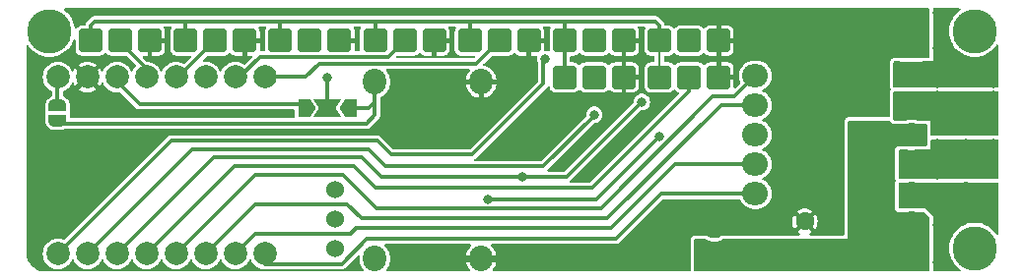
<source format=gbr>
%TF.GenerationSoftware,KiCad,Pcbnew,8.0.4*%
%TF.CreationDate,2024-09-18T08:59:41-03:00*%
%TF.ProjectId,Mini-C3,4d696e69-2d43-4332-9e6b-696361645f70,rev?*%
%TF.SameCoordinates,Original*%
%TF.FileFunction,Copper,L2,Bot*%
%TF.FilePolarity,Positive*%
%FSLAX46Y46*%
G04 Gerber Fmt 4.6, Leading zero omitted, Abs format (unit mm)*
G04 Created by KiCad (PCBNEW 8.0.4) date 2024-09-18 08:59:41*
%MOMM*%
%LPD*%
G01*
G04 APERTURE LIST*
G04 Aperture macros list*
%AMRoundRect*
0 Rectangle with rounded corners*
0 $1 Rounding radius*
0 $2 $3 $4 $5 $6 $7 $8 $9 X,Y pos of 4 corners*
0 Add a 4 corners polygon primitive as box body*
4,1,4,$2,$3,$4,$5,$6,$7,$8,$9,$2,$3,0*
0 Add four circle primitives for the rounded corners*
1,1,$1+$1,$2,$3*
1,1,$1+$1,$4,$5*
1,1,$1+$1,$6,$7*
1,1,$1+$1,$8,$9*
0 Add four rect primitives between the rounded corners*
20,1,$1+$1,$2,$3,$4,$5,0*
20,1,$1+$1,$4,$5,$6,$7,0*
20,1,$1+$1,$6,$7,$8,$9,0*
20,1,$1+$1,$8,$9,$2,$3,0*%
%AMFreePoly0*
4,1,19,0.500000,-0.750000,0.000000,-0.750000,0.000000,-0.744911,-0.071157,-0.744911,-0.207708,-0.704816,-0.327430,-0.627875,-0.420627,-0.520320,-0.479746,-0.390866,-0.500000,-0.250000,-0.500000,0.250000,-0.479746,0.390866,-0.420627,0.520320,-0.327430,0.627875,-0.207708,0.704816,-0.071157,0.744911,0.000000,0.744911,0.000000,0.750000,0.500000,0.750000,0.500000,-0.750000,0.500000,-0.750000,
$1*%
%AMFreePoly1*
4,1,19,0.000000,0.744911,0.071157,0.744911,0.207708,0.704816,0.327430,0.627875,0.420627,0.520320,0.479746,0.390866,0.500000,0.250000,0.500000,-0.250000,0.479746,-0.390866,0.420627,-0.520320,0.327430,-0.627875,0.207708,-0.704816,0.071157,-0.744911,0.000000,-0.744911,0.000000,-0.750000,-0.500000,-0.750000,-0.500000,0.750000,0.000000,0.750000,0.000000,0.744911,0.000000,0.744911,
$1*%
%AMFreePoly2*
4,1,6,1.000000,0.000000,0.500000,-0.750000,-0.500000,-0.750000,-0.500000,0.750000,0.500000,0.750000,1.000000,0.000000,1.000000,0.000000,$1*%
%AMFreePoly3*
4,1,7,0.700000,0.000000,1.200000,-0.750000,-1.200000,-0.750000,-0.700000,0.000000,-1.200000,0.750000,1.200000,0.750000,0.700000,0.000000,0.700000,0.000000,$1*%
G04 Aperture macros list end*
%TA.AperFunction,ComponentPad*%
%ADD10C,2.000000*%
%TD*%
%TA.AperFunction,ComponentPad*%
%ADD11RoundRect,0.250000X0.750000X0.750000X-0.750000X0.750000X-0.750000X-0.750000X0.750000X-0.750000X0*%
%TD*%
%TA.AperFunction,ComponentPad*%
%ADD12C,1.600000*%
%TD*%
%TA.AperFunction,ComponentPad*%
%ADD13C,3.800000*%
%TD*%
%TA.AperFunction,ComponentPad*%
%ADD14O,2.000000X2.200000*%
%TD*%
%TA.AperFunction,ComponentPad*%
%ADD15RoundRect,0.250000X-0.850000X-0.750000X0.850000X-0.750000X0.850000X0.750000X-0.850000X0.750000X0*%
%TD*%
%TA.AperFunction,ComponentPad*%
%ADD16O,2.200000X2.000000*%
%TD*%
%TA.AperFunction,ComponentPad*%
%ADD17C,1.524000*%
%TD*%
%TA.AperFunction,SMDPad,CuDef*%
%ADD18FreePoly0,270.000000*%
%TD*%
%TA.AperFunction,SMDPad,CuDef*%
%ADD19FreePoly1,270.000000*%
%TD*%
%TA.AperFunction,SMDPad,CuDef*%
%ADD20FreePoly2,0.000000*%
%TD*%
%TA.AperFunction,SMDPad,CuDef*%
%ADD21FreePoly3,0.000000*%
%TD*%
%TA.AperFunction,SMDPad,CuDef*%
%ADD22FreePoly2,180.000000*%
%TD*%
%TA.AperFunction,ViaPad*%
%ADD23C,0.800000*%
%TD*%
%TA.AperFunction,Conductor*%
%ADD24C,0.300000*%
%TD*%
%TA.AperFunction,Conductor*%
%ADD25C,0.200000*%
%TD*%
G04 APERTURE END LIST*
D10*
%TO.P,J4,1,Pin_1*%
%TO.N,/OUT_A2*%
X189350000Y-93585000D03*
%TO.P,J4,2,Pin_2*%
%TO.N,/OUT_A1*%
X189350000Y-96125000D03*
%TD*%
D11*
%TO.P,J12,1,Pin_1*%
%TO.N,GND*%
X168093335Y-82900000D03*
%TO.P,J12,2,Pin_2*%
%TO.N,/Pin7*%
X165553335Y-82900000D03*
%TO.P,J12,3,Pin_3*%
%TO.N,/Vcc*%
X163013335Y-82900000D03*
%TD*%
%TO.P,J6,1,Pin_1*%
%TO.N,GND*%
X143663334Y-82900000D03*
%TO.P,J6,2,Pin_2*%
%TO.N,/Pin1*%
X141123334Y-82900000D03*
%TO.P,J6,3,Pin_3*%
%TO.N,/Vcc*%
X138583334Y-82900000D03*
%TD*%
%TO.P,J11,1,Pin_1*%
%TO.N,GND*%
X168093335Y-86087500D03*
%TO.P,J11,2,Pin_2*%
%TO.N,/Pin8*%
X165553335Y-86087500D03*
%TO.P,J11,3,Pin_3*%
%TO.N,/Vcc*%
X163013335Y-86087500D03*
%TD*%
%TO.P,J3,1,Pin_1*%
%TO.N,GND*%
X159950000Y-86087500D03*
%TO.P,J3,2,Pin_2*%
%TO.N,/Pin6*%
X157410000Y-86087500D03*
%TO.P,J3,3,Pin_3*%
%TO.N,/Vcc*%
X154870000Y-86087500D03*
%TD*%
D12*
%TO.P,C1,1*%
%TO.N,/VM*%
X180500000Y-98500000D03*
%TO.P,C1,2*%
%TO.N,GND*%
X175500000Y-98500000D03*
%TD*%
D10*
%TO.P,J1,1*%
%TO.N,GND*%
X167725000Y-98930000D03*
%TO.P,J1,2*%
%TO.N,/VM*%
X167725000Y-101470000D03*
%TD*%
D13*
%TO.P,H1,1,1*%
%TO.N,unconnected-(H1-Pad1)*%
X190100000Y-82100000D03*
%TD*%
D14*
%TO.P,U3,1,IN*%
%TO.N,Net-(U3-IN)*%
X138560000Y-101700000D03*
%TO.P,U3,2,GND*%
%TO.N,GND*%
X147700000Y-101700000D03*
X147700000Y-86460000D03*
%TO.P,U3,3,OUT*%
%TO.N,+5V*%
X138560000Y-86460000D03*
%TD*%
D11*
%TO.P,J2,1,Pin_1*%
%TO.N,GND*%
X159950000Y-82900000D03*
%TO.P,J2,2,Pin_2*%
%TO.N,/Pin5*%
X157410000Y-82900000D03*
%TO.P,J2,3,Pin_3*%
%TO.N,/Vcc*%
X154870000Y-82900000D03*
%TD*%
%TO.P,J7,1,Pin_1*%
%TO.N,GND*%
X135520001Y-82900000D03*
%TO.P,J7,2,Pin_2*%
%TO.N,/Pin2*%
X132980001Y-82900000D03*
%TO.P,J7,3,Pin_3*%
%TO.N,/Vcc*%
X130440001Y-82900000D03*
%TD*%
D15*
%TO.P,U1,1,GND*%
%TO.N,GND*%
X171250000Y-83410000D03*
D16*
X171250000Y-98650000D03*
D15*
X184650000Y-83410000D03*
D16*
%TO.P,U1,2,IN_B2*%
%TO.N,/IN_B2*%
X171250000Y-85950000D03*
%TO.P,U1,3,IN_B1*%
%TO.N,/IN_B1*%
X171250000Y-88490000D03*
%TO.P,U1,4,VREF*%
%TO.N,+3.3V*%
X171250000Y-91030000D03*
%TO.P,U1,5,IN_A2*%
%TO.N,/IN_A2*%
X171250000Y-93570000D03*
%TO.P,U1,6,IN_A1*%
%TO.N,/IN_A1*%
X171250000Y-96110000D03*
%TO.P,U1,7,OUT_B2*%
%TO.N,/OUT_B2*%
X184650000Y-85950000D03*
%TO.P,U1,8,OUT_B1*%
%TO.N,/OUT_B1*%
X184650000Y-88490000D03*
%TO.P,U1,9,VM*%
%TO.N,/VM*%
X184650000Y-91030000D03*
X184650000Y-98650000D03*
%TO.P,U1,10,OUT_A2*%
%TO.N,/OUT_A2*%
X184650000Y-93570000D03*
%TO.P,U1,11,OUT_A1*%
%TO.N,/OUT_A1*%
X184650000Y-96110000D03*
%TD*%
D13*
%TO.P,H2,1,1*%
%TO.N,unconnected-(H2-Pad1)*%
X190100000Y-100800000D03*
%TD*%
%TO.P,H3,1,1*%
%TO.N,unconnected-(H3-Pad1)*%
X110600000Y-82100000D03*
%TD*%
D11*
%TO.P,J8,1,Pin_1*%
%TO.N,GND*%
X127376668Y-82900000D03*
%TO.P,J8,2,Pin_2*%
%TO.N,/Pin3*%
X124836668Y-82900000D03*
%TO.P,J8,3,Pin_3*%
%TO.N,/Vcc*%
X122296668Y-82900000D03*
%TD*%
%TO.P,J9,1,Pin_1*%
%TO.N,GND*%
X119233335Y-82900000D03*
%TO.P,J9,2,Pin_2*%
%TO.N,/Pin4*%
X116693335Y-82900000D03*
%TO.P,J9,3,Pin_3*%
%TO.N,/Vcc*%
X114153335Y-82900000D03*
%TD*%
D10*
%TO.P,J5,1,Pin_1*%
%TO.N,/OUT_B2*%
X189350000Y-85885000D03*
%TO.P,J5,2,Pin_2*%
%TO.N,/OUT_B1*%
X189350000Y-88425000D03*
%TD*%
%TO.P,U2,0,GPIO0*%
%TO.N,/Pin0*%
X129110000Y-86050000D03*
%TO.P,U2,1,GPIO1*%
%TO.N,/Pin1*%
X126570000Y-86050000D03*
%TO.P,U2,2,GPIO2*%
%TO.N,/Pin2*%
X124030000Y-86050000D03*
%TO.P,U2,3,GPIO3*%
%TO.N,/Pin3*%
X121490000Y-86050000D03*
%TO.P,U2,3.3,3V3*%
%TO.N,+3.3V*%
X116410000Y-86050000D03*
%TO.P,U2,4,GPIO4*%
%TO.N,/Pin4*%
X118950000Y-86050000D03*
%TO.P,U2,5,GPIO5*%
%TO.N,/Pin5*%
X111330000Y-101290000D03*
%TO.P,U2,5V,5V*%
%TO.N,Net-(JP7-A)*%
X111330000Y-86050000D03*
%TO.P,U2,6,GPIO6*%
%TO.N,/Pin6*%
X113870000Y-101290000D03*
%TO.P,U2,7,GPIO7*%
%TO.N,/Pin7*%
X116410000Y-101290000D03*
%TO.P,U2,8,GPIO8*%
%TO.N,/Pin8*%
X118950000Y-101290000D03*
%TO.P,U2,9,GPIO9*%
%TO.N,/IN_B2*%
X121490000Y-101290000D03*
%TO.P,U2,10,GPIO10*%
%TO.N,/IN_B1*%
X124030000Y-101290000D03*
%TO.P,U2,20,GPIO20*%
%TO.N,/IN_A2*%
X126570000Y-101290000D03*
%TO.P,U2,21,GPIO21*%
%TO.N,/IN_A1*%
X129110000Y-101290000D03*
%TO.P,U2,G,GND*%
%TO.N,GND*%
X113870000Y-86050000D03*
%TD*%
D11*
%TO.P,J10,1,Pin_1*%
%TO.N,GND*%
X151806667Y-82900000D03*
%TO.P,J10,2,Pin_2*%
%TO.N,/Pin0*%
X149266667Y-82900000D03*
%TO.P,J10,3,Pin_3*%
%TO.N,/Vcc*%
X146726667Y-82900000D03*
%TD*%
D17*
%TO.P,SW1,1,1*%
%TO.N,Net-(U3-IN)*%
X135150000Y-100810000D03*
%TO.P,SW1,2,2*%
%TO.N,Net-(D1-K)*%
X135150000Y-98270000D03*
%TO.P,SW1,3*%
%TO.N,N/C*%
X135150000Y-95730000D03*
%TD*%
D18*
%TO.P,JP7,1,A*%
%TO.N,Net-(JP7-A)*%
X111300000Y-88500000D03*
D19*
%TO.P,JP7,2,B*%
%TO.N,+5V*%
X111300000Y-89800000D03*
%TD*%
D20*
%TO.P,JP1,1,A*%
%TO.N,+3.3V*%
X132500000Y-88700000D03*
D21*
%TO.P,JP1,2,C*%
%TO.N,/Vcc*%
X134500000Y-88700000D03*
D22*
%TO.P,JP1,3,B*%
%TO.N,+5V*%
X136500000Y-88700000D03*
%TD*%
D23*
%TO.N,/VM*%
X180000000Y-91000000D03*
X182600000Y-98600000D03*
X185200000Y-102200000D03*
X185200000Y-100600000D03*
X182600000Y-100600000D03*
X174800000Y-102200000D03*
X169600000Y-102200000D03*
X172200000Y-102200000D03*
X180000000Y-100600000D03*
X182600000Y-96200000D03*
X182600000Y-102200000D03*
X177400000Y-100600000D03*
X180000000Y-96200000D03*
X182600000Y-93600000D03*
X180000000Y-93600000D03*
X172200000Y-100600000D03*
X177400000Y-102200000D03*
X182600000Y-91000000D03*
X174800000Y-100600000D03*
X180000000Y-102200000D03*
X169600000Y-100600000D03*
%TO.N,GND*%
X109150000Y-90400000D03*
X169650000Y-82800000D03*
X109150000Y-88450000D03*
X142900000Y-101750000D03*
X173100000Y-98100000D03*
X182800000Y-82800000D03*
X172900000Y-84100000D03*
X109150000Y-96250000D03*
X169550000Y-99300000D03*
X172900000Y-82800000D03*
X109150000Y-98200000D03*
X173100000Y-99300000D03*
X182800000Y-84100000D03*
X109150000Y-100150000D03*
X173100000Y-92408333D03*
X169550000Y-98100000D03*
X109150000Y-92350000D03*
X169650000Y-84100000D03*
X109150000Y-86500000D03*
X109150000Y-94300000D03*
X109150000Y-84550000D03*
X173100000Y-87016666D03*
%TO.N,/OUT_A1*%
X191700000Y-95650000D03*
X186900000Y-95650000D03*
X186900000Y-98825000D03*
X191700000Y-98700000D03*
X186900000Y-102000000D03*
%TO.N,/OUT_A2*%
X191700000Y-94400000D03*
X186900000Y-91800000D03*
X191700000Y-91800000D03*
X186900000Y-94500000D03*
X189350000Y-91800000D03*
%TO.N,/OUT_B1*%
X191700000Y-90700000D03*
X189350000Y-90700000D03*
X186900000Y-87650000D03*
X191700000Y-87650000D03*
X186900000Y-90700000D03*
%TO.N,/OUT_B2*%
X186900000Y-80520000D03*
X191700000Y-84150000D03*
X186900000Y-83560000D03*
X191700000Y-86600000D03*
X186900000Y-86600000D03*
%TO.N,/Pin5*%
X153200000Y-84500000D03*
%TO.N,/Pin7*%
X161500000Y-88200000D03*
X151200000Y-94650000D03*
%TO.N,/Pin6*%
X157410000Y-89300000D03*
%TO.N,/Vcc*%
X134485079Y-86109928D03*
%TO.N,+3.3V*%
X163000000Y-91150000D03*
X148300000Y-96600000D03*
%TD*%
D24*
%TO.N,GND*%
X151700000Y-82906665D02*
X151706665Y-82900000D01*
%TO.N,+5V*%
X138560000Y-88140000D02*
X138560000Y-86460000D01*
X138050000Y-88700000D02*
X138560000Y-88190000D01*
X137850000Y-90050000D02*
X138560000Y-89340000D01*
X111550000Y-90050000D02*
X137850000Y-90050000D01*
X136500000Y-88700000D02*
X138050000Y-88700000D01*
X138560000Y-88190000D02*
X138560000Y-86460000D01*
X138560000Y-89340000D02*
X138560000Y-88140000D01*
X111300000Y-89800000D02*
X111550000Y-90050000D01*
%TO.N,/Pin0*%
X147266667Y-84900000D02*
X149266667Y-82900000D01*
X129110000Y-86050000D02*
X132600000Y-86050000D01*
X133750000Y-84900000D02*
X147266667Y-84900000D01*
X132600000Y-86050000D02*
X133750000Y-84900000D01*
%TO.N,/Pin3*%
X121686668Y-86050000D02*
X124836668Y-82900000D01*
X121490000Y-86050000D02*
X121686668Y-86050000D01*
%TO.N,/Pin4*%
X118950000Y-85300000D02*
X116693335Y-83043335D01*
X118950000Y-86050000D02*
X118950000Y-85300000D01*
X116693335Y-83043335D02*
X116693335Y-82900000D01*
%TO.N,/Pin5*%
X153050000Y-86600000D02*
X146900000Y-92750000D01*
X121070000Y-91550000D02*
X111330000Y-101290000D01*
X139950000Y-92750000D02*
X138750000Y-91550000D01*
X138750000Y-91550000D02*
X121070000Y-91550000D01*
X153200000Y-84500000D02*
X153050000Y-84650000D01*
X146900000Y-92750000D02*
X139950000Y-92750000D01*
X153050000Y-84650000D02*
X153050000Y-86600000D01*
%TO.N,/IN_B2*%
X135850000Y-94500000D02*
X128280000Y-94500000D01*
X128280000Y-94500000D02*
X121490000Y-101290000D01*
X158000000Y-97350000D02*
X138700000Y-97350000D01*
X167600000Y-87750000D02*
X158000000Y-97350000D01*
X138700000Y-97350000D02*
X135850000Y-94500000D01*
X169450000Y-87750000D02*
X167600000Y-87750000D01*
X171250000Y-85950000D02*
X169450000Y-87750000D01*
%TO.N,/IN_A1*%
X135700000Y-102150000D02*
X129110000Y-102150000D01*
X129110000Y-102150000D02*
X129110000Y-101290000D01*
X137850000Y-100000000D02*
X135700000Y-102150000D01*
X159250000Y-100000000D02*
X137850000Y-100000000D01*
X163140000Y-96110000D02*
X159250000Y-100000000D01*
X171250000Y-96110000D02*
X163140000Y-96110000D01*
%TO.N,/IN_B1*%
X171250000Y-88490000D02*
X168310000Y-88490000D01*
X136150000Y-97000000D02*
X128320000Y-97000000D01*
X137400000Y-98250000D02*
X136150000Y-97000000D01*
X158550000Y-98250000D02*
X137400000Y-98250000D01*
X168310000Y-88490000D02*
X158550000Y-98250000D01*
X128320000Y-97000000D02*
X124030000Y-101290000D01*
%TO.N,/IN_A2*%
X128310000Y-99550000D02*
X126570000Y-101290000D01*
X158850000Y-99100000D02*
X136950000Y-99100000D01*
X171250000Y-93570000D02*
X164380000Y-93570000D01*
X136950000Y-99100000D02*
X136500000Y-99550000D01*
X164380000Y-93570000D02*
X158850000Y-99100000D01*
X136500000Y-99550000D02*
X128310000Y-99550000D01*
%TO.N,/Pin8*%
X126540000Y-93700000D02*
X118950000Y-101290000D01*
X136750000Y-93700000D02*
X126540000Y-93700000D01*
X165553335Y-87296665D02*
X157250000Y-95600000D01*
X165553335Y-86087500D02*
X165553335Y-87296665D01*
X157250000Y-95600000D02*
X138650000Y-95600000D01*
X138650000Y-95600000D02*
X136750000Y-93700000D01*
%TO.N,/Pin7*%
X161500000Y-88200000D02*
X155050000Y-94650000D01*
X155050000Y-94650000D02*
X151200000Y-94650000D01*
X151200000Y-94650000D02*
X139100000Y-94650000D01*
X139100000Y-94650000D02*
X137450000Y-93000000D01*
X137450000Y-93000000D02*
X124700000Y-93000000D01*
X124700000Y-93000000D02*
X116410000Y-101290000D01*
%TO.N,/Pin6*%
X157410000Y-89300000D02*
X157410000Y-89390000D01*
X139500000Y-93750000D02*
X138050000Y-92300000D01*
X138050000Y-92300000D02*
X122860000Y-92300000D01*
X122860000Y-92300000D02*
X113870000Y-101290000D01*
X153050000Y-93750000D02*
X139500000Y-93750000D01*
X157410000Y-89390000D02*
X153050000Y-93750000D01*
%TO.N,Net-(JP7-A)*%
X111300000Y-86080000D02*
X111330000Y-86050000D01*
X111300000Y-88500000D02*
X111300000Y-86080000D01*
%TO.N,/Vcc*%
X130440001Y-81259999D02*
X130450000Y-81250000D01*
D25*
X163013335Y-82900000D02*
X163013335Y-86087500D01*
D24*
X122296668Y-82900000D02*
X122296668Y-81253332D01*
X154850000Y-81250000D02*
X162650000Y-81250000D01*
X154870000Y-81270000D02*
X154850000Y-81250000D01*
X114153335Y-81596665D02*
X114500000Y-81250000D01*
X154870000Y-82900000D02*
X154870000Y-81270000D01*
X146750000Y-81250000D02*
X151700000Y-81250000D01*
X130450000Y-81250000D02*
X135150000Y-81250000D01*
X122300000Y-81250000D02*
X126800000Y-81250000D01*
X134500000Y-88427000D02*
X134500000Y-86100000D01*
X146703334Y-81250000D02*
X146726667Y-81273333D01*
X138600000Y-81250000D02*
X146703334Y-81250000D01*
X135119999Y-81280001D02*
X135150000Y-81250000D01*
X146726667Y-81273333D02*
X146750000Y-81250000D01*
X146726667Y-82900000D02*
X146726667Y-81273333D01*
X151700000Y-81250000D02*
X154850000Y-81250000D01*
X138583334Y-82900000D02*
X138583334Y-81266666D01*
X114153335Y-82900000D02*
X114153335Y-81596665D01*
X138583334Y-81266666D02*
X138600000Y-81250000D01*
X154870000Y-82900000D02*
X154870000Y-86087500D01*
X114500000Y-81250000D02*
X118500000Y-81250000D01*
X126826666Y-81276666D02*
X126800000Y-81250000D01*
X118500000Y-81250000D02*
X122300000Y-81250000D01*
X130440001Y-82900000D02*
X130440001Y-81259999D01*
X122296668Y-81253332D02*
X122300000Y-81250000D01*
X126800000Y-81250000D02*
X130450000Y-81250000D01*
X151706665Y-81256665D02*
X151700000Y-81250000D01*
X135150000Y-81250000D02*
X138600000Y-81250000D01*
X163013335Y-81613335D02*
X163013335Y-82900000D01*
X162650000Y-81250000D02*
X163013335Y-81613335D01*
%TO.N,+3.3V*%
X116410000Y-86050000D02*
X116410000Y-86460000D01*
X157550000Y-96600000D02*
X148300000Y-96600000D01*
X163000000Y-91150000D02*
X157550000Y-96600000D01*
X132473000Y-88400000D02*
X132500000Y-88427000D01*
X116410000Y-86460000D02*
X118350000Y-88400000D01*
X118350000Y-88400000D02*
X132473000Y-88400000D01*
%TO.N,/Pin1*%
X128700000Y-84300000D02*
X139723334Y-84300000D01*
X139723334Y-84300000D02*
X141123334Y-82900000D01*
X126570000Y-86050000D02*
X126950000Y-86050000D01*
X126950000Y-86050000D02*
X128700000Y-84300000D01*
%TO.N,unconnected-(H3-Pad1)*%
X110240000Y-82900000D02*
X110200000Y-82860000D01*
X110200000Y-82860000D02*
X110200000Y-81600000D01*
X110200000Y-81600000D02*
X110550000Y-81250000D01*
%TD*%
%TA.AperFunction,Conductor*%
%TO.N,/OUT_B2*%
G36*
X188833567Y-80139407D02*
G01*
X188869531Y-80188907D01*
X188869531Y-80250093D01*
X188833567Y-80299593D01*
X188830378Y-80301815D01*
X188757549Y-80350477D01*
X188757536Y-80350487D01*
X188540682Y-80540664D01*
X188540664Y-80540682D01*
X188350487Y-80757536D01*
X188350477Y-80757549D01*
X188190222Y-80997388D01*
X188062645Y-81256088D01*
X188062640Y-81256099D01*
X187969920Y-81529240D01*
X187913643Y-81812163D01*
X187894778Y-82099999D01*
X187894778Y-82100000D01*
X187913643Y-82387836D01*
X187969920Y-82670759D01*
X188062640Y-82943900D01*
X188062645Y-82943911D01*
X188190222Y-83202611D01*
X188350477Y-83442450D01*
X188350487Y-83442463D01*
X188516770Y-83632071D01*
X188540673Y-83659327D01*
X188540681Y-83659334D01*
X188540682Y-83659335D01*
X188757536Y-83849512D01*
X188757543Y-83849517D01*
X188757546Y-83849520D01*
X188997389Y-84009778D01*
X189256098Y-84137359D01*
X189385659Y-84181339D01*
X189529240Y-84230079D01*
X189529242Y-84230079D01*
X189529247Y-84230081D01*
X189812161Y-84286356D01*
X190100000Y-84305222D01*
X190387839Y-84286356D01*
X190670753Y-84230081D01*
X190943902Y-84137359D01*
X191202611Y-84009778D01*
X191442454Y-83849520D01*
X191659327Y-83659327D01*
X191849520Y-83442454D01*
X191948185Y-83294790D01*
X191996234Y-83256912D01*
X192057372Y-83254510D01*
X192108246Y-83288503D01*
X192129424Y-83345906D01*
X192129500Y-83349793D01*
X192129500Y-86845500D01*
X192110593Y-86903691D01*
X192061093Y-86939655D01*
X192030500Y-86944500D01*
X191993280Y-86944500D01*
X191993276Y-86944500D01*
X191993267Y-86944501D01*
X191920170Y-86953376D01*
X191917892Y-86953938D01*
X191917329Y-86953897D01*
X191917227Y-86953916D01*
X191917222Y-86953889D01*
X191915322Y-86953751D01*
X191882498Y-86961840D01*
X191835119Y-86961839D01*
X191815428Y-86956985D01*
X191785058Y-86949500D01*
X191785056Y-86949500D01*
X191614944Y-86949500D01*
X191614941Y-86949500D01*
X191565628Y-86961654D01*
X191531651Y-86962341D01*
X191531528Y-86963776D01*
X191524587Y-86963177D01*
X191509406Y-86960667D01*
X191479847Y-86953381D01*
X191479839Y-86953379D01*
X191479837Y-86953379D01*
X191470697Y-86952269D01*
X191406727Y-86944500D01*
X191406720Y-86944500D01*
X187193280Y-86944500D01*
X187193276Y-86944500D01*
X187193267Y-86944501D01*
X187120170Y-86953376D01*
X187117892Y-86953938D01*
X187117329Y-86953897D01*
X187117227Y-86953916D01*
X187117222Y-86953889D01*
X187115322Y-86953751D01*
X187082498Y-86961840D01*
X187035119Y-86961839D01*
X187015428Y-86956985D01*
X186985058Y-86949500D01*
X186985056Y-86949500D01*
X186814944Y-86949500D01*
X186814941Y-86949500D01*
X186765628Y-86961654D01*
X186731651Y-86962341D01*
X186731528Y-86963776D01*
X186724587Y-86963177D01*
X186709406Y-86960667D01*
X186679847Y-86953381D01*
X186679839Y-86953379D01*
X186679837Y-86953379D01*
X186670697Y-86952269D01*
X186606727Y-86944500D01*
X186606720Y-86944500D01*
X184862599Y-86944500D01*
X184861400Y-86944523D01*
X184850611Y-86944735D01*
X184845820Y-86944924D01*
X184841934Y-86945000D01*
X184458066Y-86945000D01*
X184454180Y-86944924D01*
X184449388Y-86944735D01*
X184438624Y-86944524D01*
X184437401Y-86944500D01*
X183199000Y-86944500D01*
X183140809Y-86925593D01*
X183104845Y-86876093D01*
X183100000Y-86845500D01*
X183100000Y-84799000D01*
X183118907Y-84740809D01*
X183168407Y-84704845D01*
X183199000Y-84700000D01*
X183663535Y-84700000D01*
X183675339Y-84700706D01*
X183756898Y-84710500D01*
X183756900Y-84710500D01*
X185543100Y-84710500D01*
X185543102Y-84710500D01*
X185624661Y-84700706D01*
X185636465Y-84700000D01*
X186499999Y-84700000D01*
X186500000Y-84700000D01*
X186500000Y-80219500D01*
X186518907Y-80161309D01*
X186568407Y-80125345D01*
X186599000Y-80120500D01*
X188775376Y-80120500D01*
X188833567Y-80139407D01*
G37*
%TD.AperFunction*%
%TD*%
%TA.AperFunction,Conductor*%
%TO.N,/VM*%
G36*
X182800500Y-89818907D02*
G01*
X182831727Y-89856513D01*
X182857691Y-89911162D01*
X182857692Y-89911164D01*
X182857694Y-89911167D01*
X182857695Y-89911168D01*
X182862450Y-89917713D01*
X182893655Y-89960662D01*
X182947823Y-90017919D01*
X182947824Y-90017920D01*
X183046401Y-90071639D01*
X183046403Y-90071640D01*
X183104596Y-90090548D01*
X183104593Y-90090548D01*
X183198997Y-90105500D01*
X183199000Y-90105500D01*
X184111357Y-90105500D01*
X184111364Y-90105500D01*
X184159152Y-90101739D01*
X184189744Y-90096894D01*
X184236360Y-90085703D01*
X184309605Y-90061904D01*
X184324695Y-90058281D01*
X184463994Y-90036219D01*
X184479481Y-90035000D01*
X184820519Y-90035000D01*
X184836006Y-90036219D01*
X184975304Y-90058282D01*
X184990402Y-90061907D01*
X185063626Y-90085699D01*
X185063632Y-90085700D01*
X185063640Y-90085703D01*
X185110256Y-90096894D01*
X185140848Y-90101739D01*
X185188636Y-90105500D01*
X185895500Y-90105500D01*
X185953691Y-90124407D01*
X185989655Y-90173907D01*
X185994500Y-90204500D01*
X185994500Y-91001000D01*
X185998261Y-91048786D01*
X185998781Y-91052072D01*
X186000000Y-91067555D01*
X186000000Y-91895500D01*
X185981093Y-91953691D01*
X185931593Y-91989655D01*
X185901000Y-91994500D01*
X185052709Y-91994500D01*
X185035586Y-91995172D01*
X185028733Y-91995442D01*
X185013246Y-91996661D01*
X184999730Y-91998261D01*
X184989430Y-91999480D01*
X184989424Y-91999481D01*
X184836004Y-92023781D01*
X184820517Y-92025000D01*
X184479483Y-92025000D01*
X184463996Y-92023781D01*
X184373920Y-92009514D01*
X184310570Y-91999480D01*
X184297833Y-91997972D01*
X184286753Y-91996661D01*
X184271266Y-91995442D01*
X184265731Y-91995224D01*
X184247291Y-91994500D01*
X183649000Y-91994500D01*
X183601214Y-91998261D01*
X183584800Y-92000860D01*
X183570619Y-92003106D01*
X183570614Y-92003106D01*
X183540247Y-92009512D01*
X183540242Y-92009514D01*
X183438841Y-92057689D01*
X183438831Y-92057695D01*
X183389342Y-92093651D01*
X183332079Y-92147824D01*
X183278360Y-92246401D01*
X183278359Y-92246403D01*
X183259451Y-92304595D01*
X183244500Y-92398996D01*
X183244500Y-92399000D01*
X183244500Y-94751000D01*
X183248261Y-94798786D01*
X183251983Y-94822289D01*
X183253106Y-94829380D01*
X183253106Y-94829385D01*
X183259512Y-94859752D01*
X183259514Y-94859757D01*
X183308105Y-94962034D01*
X183315998Y-95022708D01*
X183305615Y-95051888D01*
X183278359Y-95101904D01*
X183259451Y-95160095D01*
X183244500Y-95254496D01*
X183244500Y-95254500D01*
X183244500Y-97301000D01*
X183248261Y-97348786D01*
X183251983Y-97372289D01*
X183253106Y-97379380D01*
X183253106Y-97379385D01*
X183259512Y-97409752D01*
X183259514Y-97409757D01*
X183307689Y-97511158D01*
X183307695Y-97511168D01*
X183326981Y-97537713D01*
X183343655Y-97560662D01*
X183397823Y-97617919D01*
X183397824Y-97617920D01*
X183496401Y-97671639D01*
X183496403Y-97671640D01*
X183554596Y-97690548D01*
X183554593Y-97690548D01*
X183648997Y-97705500D01*
X183649000Y-97705500D01*
X184172911Y-97705500D01*
X184172918Y-97705500D01*
X184220704Y-97701739D01*
X184251297Y-97696894D01*
X184297918Y-97685702D01*
X184309601Y-97681904D01*
X184324699Y-97678280D01*
X184452534Y-97658034D01*
X184463994Y-97656219D01*
X184479480Y-97655000D01*
X184820520Y-97655000D01*
X184836006Y-97656218D01*
X184975297Y-97678280D01*
X184990401Y-97681907D01*
X185002078Y-97685701D01*
X185002076Y-97685701D01*
X185002083Y-97685702D01*
X185002084Y-97685703D01*
X185048703Y-97696894D01*
X185067496Y-97699870D01*
X185079276Y-97701736D01*
X185079278Y-97701736D01*
X185079296Y-97701739D01*
X185127082Y-97705500D01*
X185732450Y-97705500D01*
X185790641Y-97724407D01*
X185802454Y-97734496D01*
X186165504Y-98097546D01*
X186193281Y-98152063D01*
X186194500Y-98167550D01*
X186194500Y-98817822D01*
X186194355Y-98820221D01*
X186194355Y-98829789D01*
X186194500Y-98832185D01*
X186194500Y-101992822D01*
X186194355Y-101995221D01*
X186194355Y-102004789D01*
X186194500Y-102007185D01*
X186194500Y-102701000D01*
X186175593Y-102759191D01*
X186126093Y-102795155D01*
X186095500Y-102800000D01*
X166099000Y-102800000D01*
X166040809Y-102781093D01*
X166004845Y-102731593D01*
X166000000Y-102701000D01*
X166000000Y-100099000D01*
X166018907Y-100040809D01*
X166068407Y-100004845D01*
X166099000Y-100000000D01*
X166954551Y-100000000D01*
X167011333Y-100017902D01*
X167072266Y-100060568D01*
X167072269Y-100060569D01*
X167072270Y-100060570D01*
X167072276Y-100060573D01*
X167278500Y-100156737D01*
X167278504Y-100156739D01*
X167498308Y-100215635D01*
X167498312Y-100215635D01*
X167498315Y-100215636D01*
X167724997Y-100235468D01*
X167725000Y-100235468D01*
X167725003Y-100235468D01*
X167951684Y-100215636D01*
X167951685Y-100215635D01*
X167951692Y-100215635D01*
X168171496Y-100156739D01*
X168377734Y-100060568D01*
X168438666Y-100017902D01*
X168495449Y-100000000D01*
X169454838Y-100000000D01*
X169463111Y-100000500D01*
X169464944Y-100000500D01*
X169636889Y-100000500D01*
X169645162Y-100000000D01*
X173004838Y-100000000D01*
X173013111Y-100000500D01*
X173014944Y-100000500D01*
X173186889Y-100000500D01*
X173195162Y-100000000D01*
X179199999Y-100000000D01*
X179200000Y-100000000D01*
X179200000Y-89899000D01*
X179218907Y-89840809D01*
X179268407Y-89804845D01*
X179299000Y-89800000D01*
X182742309Y-89800000D01*
X182800500Y-89818907D01*
G37*
%TD.AperFunction*%
%TD*%
%TA.AperFunction,Conductor*%
%TO.N,GND*%
G36*
X112813069Y-82829440D02*
G01*
X112848382Y-82879406D01*
X112852835Y-82908764D01*
X112852835Y-83693106D01*
X112863458Y-83781565D01*
X112918972Y-83922339D01*
X112918973Y-83922341D01*
X112918974Y-83922342D01*
X113010413Y-84042922D01*
X113130993Y-84134361D01*
X113130994Y-84134361D01*
X113130995Y-84134362D01*
X113138595Y-84137359D01*
X113271771Y-84189877D01*
X113360233Y-84200500D01*
X113360235Y-84200500D01*
X114946435Y-84200500D01*
X114946437Y-84200500D01*
X115034899Y-84189877D01*
X115175677Y-84134361D01*
X115296257Y-84042922D01*
X115344452Y-83979367D01*
X115394677Y-83944426D01*
X115455850Y-83945679D01*
X115502217Y-83979366D01*
X115550413Y-84042922D01*
X115670993Y-84134361D01*
X115670994Y-84134361D01*
X115670995Y-84134362D01*
X115678595Y-84137359D01*
X115811771Y-84189877D01*
X115900233Y-84200500D01*
X117172389Y-84200500D01*
X117230580Y-84219407D01*
X117242393Y-84229496D01*
X118016851Y-85003954D01*
X118044628Y-85058471D01*
X118035057Y-85118903D01*
X118016852Y-85143961D01*
X117949951Y-85210863D01*
X117819430Y-85397268D01*
X117819428Y-85397271D01*
X117769724Y-85503863D01*
X117727996Y-85548611D01*
X117667935Y-85560285D01*
X117612482Y-85534427D01*
X117590276Y-85503863D01*
X117540571Y-85397271D01*
X117540565Y-85397262D01*
X117410053Y-85210869D01*
X117410052Y-85210867D01*
X117410048Y-85210863D01*
X117410047Y-85210861D01*
X117249139Y-85049953D01*
X117249135Y-85049950D01*
X117249132Y-85049947D01*
X117249130Y-85049946D01*
X117062737Y-84919434D01*
X117062736Y-84919433D01*
X117062734Y-84919432D01*
X117062728Y-84919429D01*
X117062723Y-84919426D01*
X116856499Y-84823262D01*
X116856500Y-84823262D01*
X116715312Y-84785431D01*
X116636692Y-84764365D01*
X116636691Y-84764364D01*
X116636684Y-84764363D01*
X116410003Y-84744532D01*
X116409997Y-84744532D01*
X116183315Y-84764363D01*
X115963499Y-84823262D01*
X115757276Y-84919426D01*
X115757262Y-84919434D01*
X115570869Y-85049946D01*
X115570867Y-85049947D01*
X115409947Y-85210867D01*
X115409946Y-85210869D01*
X115279434Y-85397262D01*
X115279426Y-85397276D01*
X115229448Y-85504454D01*
X115187720Y-85549203D01*
X115127659Y-85560877D01*
X115072206Y-85535019D01*
X115049999Y-85504454D01*
X115000133Y-85397516D01*
X115000133Y-85397515D01*
X114919903Y-85282937D01*
X114338019Y-85864822D01*
X114335925Y-85857007D01*
X114270099Y-85742993D01*
X114177007Y-85649901D01*
X114062993Y-85584075D01*
X114055174Y-85581979D01*
X114637060Y-85000094D01*
X114522484Y-84919866D01*
X114316323Y-84823733D01*
X114096597Y-84764857D01*
X113870003Y-84745034D01*
X113869997Y-84745034D01*
X113643402Y-84764857D01*
X113423676Y-84823733D01*
X113217518Y-84919865D01*
X113102938Y-85000094D01*
X113684824Y-85581980D01*
X113677007Y-85584075D01*
X113562993Y-85649901D01*
X113469901Y-85742993D01*
X113404075Y-85857007D01*
X113401980Y-85864824D01*
X112820094Y-85282938D01*
X112739864Y-85397519D01*
X112739862Y-85397522D01*
X112689999Y-85504455D01*
X112648271Y-85549203D01*
X112588210Y-85560877D01*
X112532757Y-85535019D01*
X112510551Y-85504455D01*
X112460568Y-85397266D01*
X112388536Y-85294393D01*
X112330053Y-85210869D01*
X112330052Y-85210867D01*
X112330048Y-85210863D01*
X112330047Y-85210861D01*
X112169139Y-85049953D01*
X112169135Y-85049950D01*
X112169132Y-85049947D01*
X112169130Y-85049946D01*
X111982737Y-84919434D01*
X111982736Y-84919433D01*
X111982734Y-84919432D01*
X111982728Y-84919429D01*
X111982723Y-84919426D01*
X111776499Y-84823262D01*
X111776500Y-84823262D01*
X111635312Y-84785431D01*
X111556692Y-84764365D01*
X111556691Y-84764364D01*
X111556684Y-84764363D01*
X111330003Y-84744532D01*
X111329997Y-84744532D01*
X111103315Y-84764363D01*
X110883499Y-84823262D01*
X110677276Y-84919426D01*
X110677262Y-84919434D01*
X110490869Y-85049946D01*
X110490867Y-85049947D01*
X110329947Y-85210867D01*
X110329946Y-85210869D01*
X110199434Y-85397262D01*
X110199426Y-85397276D01*
X110103262Y-85603499D01*
X110044363Y-85823315D01*
X110024532Y-86049996D01*
X110024532Y-86050003D01*
X110044363Y-86276684D01*
X110044364Y-86276691D01*
X110044365Y-86276692D01*
X110047261Y-86287500D01*
X110103262Y-86496500D01*
X110199426Y-86702723D01*
X110199434Y-86702737D01*
X110329946Y-86889130D01*
X110329947Y-86889132D01*
X110329950Y-86889135D01*
X110329953Y-86889139D01*
X110490861Y-87050047D01*
X110490864Y-87050049D01*
X110490867Y-87050052D01*
X110490869Y-87050053D01*
X110576258Y-87109842D01*
X110677266Y-87180568D01*
X110677269Y-87180569D01*
X110677270Y-87180570D01*
X110691798Y-87187344D01*
X110792340Y-87234227D01*
X110837087Y-87275954D01*
X110849500Y-87323951D01*
X110849500Y-87643138D01*
X110830593Y-87701329D01*
X110783771Y-87735346D01*
X110784087Y-87736193D01*
X110780779Y-87737426D01*
X110649988Y-87797157D01*
X110649980Y-87797161D01*
X110576849Y-87844159D01*
X110576836Y-87844168D01*
X110468186Y-87938313D01*
X110468169Y-87938331D01*
X110411239Y-88004032D01*
X110411230Y-88004044D01*
X110333509Y-88124981D01*
X110333505Y-88124988D01*
X110333504Y-88124991D01*
X110299249Y-88200000D01*
X110297380Y-88204092D01*
X110256875Y-88342040D01*
X110256874Y-88342044D01*
X110244500Y-88428106D01*
X110244500Y-89000004D01*
X110245802Y-89028183D01*
X110245803Y-89028187D01*
X110271400Y-89118150D01*
X110269139Y-89179294D01*
X110268300Y-89181033D01*
X110268443Y-89181089D01*
X110265129Y-89189642D01*
X110244500Y-89299999D01*
X110244500Y-89871893D01*
X110256874Y-89957955D01*
X110256875Y-89957958D01*
X110297382Y-90095913D01*
X110333504Y-90175009D01*
X110333505Y-90175011D01*
X110333509Y-90175018D01*
X110411230Y-90295955D01*
X110411239Y-90295967D01*
X110468169Y-90361668D01*
X110468186Y-90361686D01*
X110576836Y-90455831D01*
X110576849Y-90455840D01*
X110649980Y-90502838D01*
X110649982Y-90502839D01*
X110649990Y-90502844D01*
X110780775Y-90562572D01*
X110780776Y-90562572D01*
X110780780Y-90562574D01*
X110827752Y-90576365D01*
X110864207Y-90587070D01*
X111006522Y-90607532D01*
X111093476Y-90607533D01*
X111100608Y-90606507D01*
X111114696Y-90605500D01*
X111485304Y-90605500D01*
X111499391Y-90606507D01*
X111506524Y-90607533D01*
X111593478Y-90607532D01*
X111735793Y-90587070D01*
X111798179Y-90568751D01*
X111819219Y-90562574D01*
X111819220Y-90562573D01*
X111819225Y-90562572D01*
X111935554Y-90509445D01*
X111976679Y-90500500D01*
X137909309Y-90500500D01*
X137999669Y-90476287D01*
X137999672Y-90476287D01*
X138012903Y-90472741D01*
X138023887Y-90469799D01*
X138126614Y-90410489D01*
X138920490Y-89616614D01*
X138979799Y-89513886D01*
X138980985Y-89509458D01*
X138980989Y-89509452D01*
X138980987Y-89509452D01*
X139010500Y-89399308D01*
X139010500Y-87850711D01*
X139029407Y-87792520D01*
X139064555Y-87762501D01*
X139241610Y-87672287D01*
X139242197Y-87671861D01*
X139336025Y-87603691D01*
X139407219Y-87551966D01*
X139551966Y-87407219D01*
X139641704Y-87283704D01*
X139672285Y-87241613D01*
X139672287Y-87241610D01*
X139765220Y-87059219D01*
X139828477Y-86864534D01*
X139828478Y-86864529D01*
X139860500Y-86662355D01*
X139860500Y-86257644D01*
X139828478Y-86055470D01*
X139826701Y-86050000D01*
X139765220Y-85860781D01*
X139672287Y-85678390D01*
X139672285Y-85678386D01*
X139549680Y-85509634D01*
X139550776Y-85508837D01*
X139529417Y-85457258D01*
X139543707Y-85397764D01*
X139590236Y-85358032D01*
X139628113Y-85350500D01*
X146632547Y-85350500D01*
X146690738Y-85369407D01*
X146726702Y-85418907D01*
X146726702Y-85480093D01*
X146710185Y-85509584D01*
X146710702Y-85509960D01*
X146588138Y-85678653D01*
X146495243Y-85860972D01*
X146432008Y-86055587D01*
X146400000Y-86257684D01*
X146400000Y-86259999D01*
X146400001Y-86260000D01*
X147132424Y-86260000D01*
X147100000Y-86381009D01*
X147100000Y-86538991D01*
X147132424Y-86660000D01*
X146400001Y-86660000D01*
X146400000Y-86660001D01*
X146400000Y-86662315D01*
X146432008Y-86864412D01*
X146495243Y-87059027D01*
X146588138Y-87241346D01*
X146708414Y-87406891D01*
X146853108Y-87551585D01*
X147018653Y-87671861D01*
X147200972Y-87764756D01*
X147395587Y-87827991D01*
X147499999Y-87844527D01*
X147500000Y-87844526D01*
X147500000Y-87027575D01*
X147621009Y-87060000D01*
X147778991Y-87060000D01*
X147900000Y-87027575D01*
X147900000Y-87844527D01*
X148004412Y-87827991D01*
X148199027Y-87764756D01*
X148381346Y-87671861D01*
X148546891Y-87551585D01*
X148691585Y-87406891D01*
X148811861Y-87241346D01*
X148904756Y-87059027D01*
X148967991Y-86864412D01*
X149000000Y-86662315D01*
X149000000Y-86660001D01*
X148999999Y-86660000D01*
X148267576Y-86660000D01*
X148300000Y-86538991D01*
X148300000Y-86381009D01*
X148267576Y-86260000D01*
X148999999Y-86260000D01*
X149000000Y-86259999D01*
X149000000Y-86257684D01*
X148967991Y-86055587D01*
X148904756Y-85860972D01*
X148811861Y-85678653D01*
X148691585Y-85513108D01*
X148546891Y-85368414D01*
X148381346Y-85248138D01*
X148199027Y-85155243D01*
X148004412Y-85092008D01*
X147943681Y-85082390D01*
X147889165Y-85054613D01*
X147861387Y-85000096D01*
X147870958Y-84939664D01*
X147889161Y-84914608D01*
X148574274Y-84229496D01*
X148628791Y-84201719D01*
X148644278Y-84200500D01*
X150059767Y-84200500D01*
X150059769Y-84200500D01*
X150148231Y-84189877D01*
X150289009Y-84134361D01*
X150409589Y-84042922D01*
X150458098Y-83978954D01*
X150508324Y-83944012D01*
X150569497Y-83945266D01*
X150615865Y-83978955D01*
X150664099Y-84042561D01*
X150664102Y-84042564D01*
X150784571Y-84133919D01*
X150925223Y-84189386D01*
X151013602Y-84199999D01*
X151013609Y-84200000D01*
X151606666Y-84200000D01*
X151606667Y-84199999D01*
X151606667Y-83361879D01*
X151613674Y-83365925D01*
X151740841Y-83400000D01*
X151872493Y-83400000D01*
X151999660Y-83365925D01*
X152006667Y-83361879D01*
X152006667Y-84199999D01*
X152006668Y-84200000D01*
X152421164Y-84200000D01*
X152479355Y-84218907D01*
X152515319Y-84268407D01*
X152515319Y-84325070D01*
X152516294Y-84325311D01*
X152515319Y-84329267D01*
X152515319Y-84329593D01*
X152515051Y-84330354D01*
X152514859Y-84331130D01*
X152495126Y-84493651D01*
X152494355Y-84500000D01*
X152514860Y-84668872D01*
X152560612Y-84789514D01*
X152573411Y-84823262D01*
X152575182Y-84827930D01*
X152581934Y-84837712D01*
X152581974Y-84837769D01*
X152599500Y-84894010D01*
X152599500Y-86372389D01*
X152580593Y-86430580D01*
X152570504Y-86442393D01*
X146742393Y-92270504D01*
X146687876Y-92298281D01*
X146672389Y-92299500D01*
X140177611Y-92299500D01*
X140119420Y-92280593D01*
X140107607Y-92270504D01*
X139714316Y-91877213D01*
X139026614Y-91189511D01*
X139026611Y-91189509D01*
X139026610Y-91189508D01*
X139026609Y-91189507D01*
X138923890Y-91130202D01*
X138923886Y-91130200D01*
X138899673Y-91123712D01*
X138899673Y-91123713D01*
X138809309Y-91099500D01*
X121010691Y-91099500D01*
X120965508Y-91111606D01*
X120920325Y-91123713D01*
X120920324Y-91123712D01*
X120896112Y-91130201D01*
X120896109Y-91130202D01*
X120793390Y-91189507D01*
X120793389Y-91189508D01*
X111923131Y-100059764D01*
X111868614Y-100087541D01*
X111811289Y-100079485D01*
X111776496Y-100063261D01*
X111776494Y-100063260D01*
X111567683Y-100007310D01*
X111556692Y-100004365D01*
X111556691Y-100004364D01*
X111556684Y-100004363D01*
X111330003Y-99984532D01*
X111329997Y-99984532D01*
X111103315Y-100004363D01*
X110883499Y-100063262D01*
X110677276Y-100159426D01*
X110677262Y-100159434D01*
X110490869Y-100289946D01*
X110490867Y-100289947D01*
X110329947Y-100450867D01*
X110329946Y-100450869D01*
X110199434Y-100637262D01*
X110199426Y-100637276D01*
X110103262Y-100843499D01*
X110044363Y-101063315D01*
X110024532Y-101289996D01*
X110024532Y-101290003D01*
X110044363Y-101516684D01*
X110044364Y-101516691D01*
X110044365Y-101516692D01*
X110081123Y-101653875D01*
X110103262Y-101736500D01*
X110199426Y-101942723D01*
X110199434Y-101942737D01*
X110329946Y-102129130D01*
X110329947Y-102129132D01*
X110329950Y-102129135D01*
X110329953Y-102129139D01*
X110490861Y-102290047D01*
X110490864Y-102290049D01*
X110490867Y-102290052D01*
X110490869Y-102290053D01*
X110615131Y-102377061D01*
X110677266Y-102420568D01*
X110677272Y-102420571D01*
X110677276Y-102420573D01*
X110824578Y-102489261D01*
X110870107Y-102510492D01*
X110883500Y-102516737D01*
X110883504Y-102516739D01*
X111103308Y-102575635D01*
X111103312Y-102575635D01*
X111103315Y-102575636D01*
X111329997Y-102595468D01*
X111330000Y-102595468D01*
X111330003Y-102595468D01*
X111556684Y-102575636D01*
X111556685Y-102575635D01*
X111556692Y-102575635D01*
X111776496Y-102516739D01*
X111982734Y-102420568D01*
X112169139Y-102290047D01*
X112330047Y-102129139D01*
X112460568Y-101942734D01*
X112479399Y-101902352D01*
X112510276Y-101836137D01*
X112552004Y-101791389D01*
X112612065Y-101779714D01*
X112667518Y-101805572D01*
X112689724Y-101836137D01*
X112739426Y-101942723D01*
X112739434Y-101942737D01*
X112869946Y-102129130D01*
X112869947Y-102129132D01*
X112869950Y-102129135D01*
X112869953Y-102129139D01*
X113030861Y-102290047D01*
X113030864Y-102290049D01*
X113030867Y-102290052D01*
X113030869Y-102290053D01*
X113155131Y-102377061D01*
X113217266Y-102420568D01*
X113217272Y-102420571D01*
X113217276Y-102420573D01*
X113364578Y-102489261D01*
X113410107Y-102510492D01*
X113423500Y-102516737D01*
X113423504Y-102516739D01*
X113643308Y-102575635D01*
X113643312Y-102575635D01*
X113643315Y-102575636D01*
X113869997Y-102595468D01*
X113870000Y-102595468D01*
X113870003Y-102595468D01*
X114096684Y-102575636D01*
X114096685Y-102575635D01*
X114096692Y-102575635D01*
X114316496Y-102516739D01*
X114522734Y-102420568D01*
X114709139Y-102290047D01*
X114870047Y-102129139D01*
X115000568Y-101942734D01*
X115019399Y-101902352D01*
X115050276Y-101836137D01*
X115092004Y-101791389D01*
X115152065Y-101779714D01*
X115207518Y-101805572D01*
X115229724Y-101836137D01*
X115279426Y-101942723D01*
X115279434Y-101942737D01*
X115409946Y-102129130D01*
X115409947Y-102129132D01*
X115409950Y-102129135D01*
X115409953Y-102129139D01*
X115570861Y-102290047D01*
X115570864Y-102290049D01*
X115570867Y-102290052D01*
X115570869Y-102290053D01*
X115695131Y-102377061D01*
X115757266Y-102420568D01*
X115757272Y-102420571D01*
X115757276Y-102420573D01*
X115904578Y-102489261D01*
X115950107Y-102510492D01*
X115963500Y-102516737D01*
X115963504Y-102516739D01*
X116183308Y-102575635D01*
X116183312Y-102575635D01*
X116183315Y-102575636D01*
X116409997Y-102595468D01*
X116410000Y-102595468D01*
X116410003Y-102595468D01*
X116636684Y-102575636D01*
X116636685Y-102575635D01*
X116636692Y-102575635D01*
X116856496Y-102516739D01*
X117062734Y-102420568D01*
X117249139Y-102290047D01*
X117410047Y-102129139D01*
X117540568Y-101942734D01*
X117559399Y-101902352D01*
X117590276Y-101836137D01*
X117632004Y-101791389D01*
X117692065Y-101779714D01*
X117747518Y-101805572D01*
X117769724Y-101836137D01*
X117819426Y-101942723D01*
X117819434Y-101942737D01*
X117949946Y-102129130D01*
X117949947Y-102129132D01*
X117949950Y-102129135D01*
X117949953Y-102129139D01*
X118110861Y-102290047D01*
X118110864Y-102290049D01*
X118110867Y-102290052D01*
X118110869Y-102290053D01*
X118235131Y-102377061D01*
X118297266Y-102420568D01*
X118297272Y-102420571D01*
X118297276Y-102420573D01*
X118444578Y-102489261D01*
X118490107Y-102510492D01*
X118503500Y-102516737D01*
X118503504Y-102516739D01*
X118723308Y-102575635D01*
X118723312Y-102575635D01*
X118723315Y-102575636D01*
X118949997Y-102595468D01*
X118950000Y-102595468D01*
X118950003Y-102595468D01*
X119176684Y-102575636D01*
X119176685Y-102575635D01*
X119176692Y-102575635D01*
X119396496Y-102516739D01*
X119602734Y-102420568D01*
X119789139Y-102290047D01*
X119950047Y-102129139D01*
X120080568Y-101942734D01*
X120099399Y-101902352D01*
X120130276Y-101836137D01*
X120172004Y-101791389D01*
X120232065Y-101779714D01*
X120287518Y-101805572D01*
X120309724Y-101836137D01*
X120359426Y-101942723D01*
X120359434Y-101942737D01*
X120489946Y-102129130D01*
X120489947Y-102129132D01*
X120489950Y-102129135D01*
X120489953Y-102129139D01*
X120650861Y-102290047D01*
X120650864Y-102290049D01*
X120650867Y-102290052D01*
X120650869Y-102290053D01*
X120775131Y-102377061D01*
X120837266Y-102420568D01*
X120837272Y-102420571D01*
X120837276Y-102420573D01*
X120984578Y-102489261D01*
X121030107Y-102510492D01*
X121043500Y-102516737D01*
X121043504Y-102516739D01*
X121263308Y-102575635D01*
X121263312Y-102575635D01*
X121263315Y-102575636D01*
X121489997Y-102595468D01*
X121490000Y-102595468D01*
X121490003Y-102595468D01*
X121716684Y-102575636D01*
X121716685Y-102575635D01*
X121716692Y-102575635D01*
X121936496Y-102516739D01*
X122142734Y-102420568D01*
X122329139Y-102290047D01*
X122490047Y-102129139D01*
X122620568Y-101942734D01*
X122639399Y-101902352D01*
X122670276Y-101836137D01*
X122712004Y-101791389D01*
X122772065Y-101779714D01*
X122827518Y-101805572D01*
X122849724Y-101836137D01*
X122899426Y-101942723D01*
X122899434Y-101942737D01*
X123029946Y-102129130D01*
X123029947Y-102129132D01*
X123029950Y-102129135D01*
X123029953Y-102129139D01*
X123190861Y-102290047D01*
X123190864Y-102290049D01*
X123190867Y-102290052D01*
X123190869Y-102290053D01*
X123315131Y-102377061D01*
X123377266Y-102420568D01*
X123377272Y-102420571D01*
X123377276Y-102420573D01*
X123524578Y-102489261D01*
X123570107Y-102510492D01*
X123583500Y-102516737D01*
X123583504Y-102516739D01*
X123803308Y-102575635D01*
X123803312Y-102575635D01*
X123803315Y-102575636D01*
X124029997Y-102595468D01*
X124030000Y-102595468D01*
X124030003Y-102595468D01*
X124256684Y-102575636D01*
X124256685Y-102575635D01*
X124256692Y-102575635D01*
X124476496Y-102516739D01*
X124682734Y-102420568D01*
X124869139Y-102290047D01*
X125030047Y-102129139D01*
X125160568Y-101942734D01*
X125179399Y-101902352D01*
X125210276Y-101836137D01*
X125252004Y-101791389D01*
X125312065Y-101779714D01*
X125367518Y-101805572D01*
X125389724Y-101836137D01*
X125439426Y-101942723D01*
X125439434Y-101942737D01*
X125569946Y-102129130D01*
X125569947Y-102129132D01*
X125569950Y-102129135D01*
X125569953Y-102129139D01*
X125730861Y-102290047D01*
X125730864Y-102290049D01*
X125730867Y-102290052D01*
X125730869Y-102290053D01*
X125855131Y-102377061D01*
X125917266Y-102420568D01*
X125917272Y-102420571D01*
X125917276Y-102420573D01*
X126064578Y-102489261D01*
X126110107Y-102510492D01*
X126123500Y-102516737D01*
X126123504Y-102516739D01*
X126343308Y-102575635D01*
X126343312Y-102575635D01*
X126343315Y-102575636D01*
X126569997Y-102595468D01*
X126570000Y-102595468D01*
X126570003Y-102595468D01*
X126796684Y-102575636D01*
X126796685Y-102575635D01*
X126796692Y-102575635D01*
X127016496Y-102516739D01*
X127222734Y-102420568D01*
X127409139Y-102290047D01*
X127570047Y-102129139D01*
X127700568Y-101942734D01*
X127719399Y-101902352D01*
X127750276Y-101836137D01*
X127792004Y-101791389D01*
X127852065Y-101779714D01*
X127907518Y-101805572D01*
X127929724Y-101836137D01*
X127979426Y-101942723D01*
X127979434Y-101942737D01*
X128109946Y-102129130D01*
X128109947Y-102129132D01*
X128109950Y-102129135D01*
X128109953Y-102129139D01*
X128270861Y-102290047D01*
X128270864Y-102290049D01*
X128270867Y-102290052D01*
X128270869Y-102290053D01*
X128395131Y-102377061D01*
X128457266Y-102420568D01*
X128457272Y-102420571D01*
X128457276Y-102420573D01*
X128604578Y-102489261D01*
X128650107Y-102510492D01*
X128663500Y-102516737D01*
X128663504Y-102516739D01*
X128883308Y-102575635D01*
X128883312Y-102575635D01*
X128883315Y-102575636D01*
X128919532Y-102578804D01*
X128985427Y-102584569D01*
X129002406Y-102587562D01*
X129050691Y-102600500D01*
X129050693Y-102600500D01*
X135759307Y-102600500D01*
X135759309Y-102600500D01*
X135852106Y-102575635D01*
X135873887Y-102569799D01*
X135976614Y-102510489D01*
X137094872Y-101392229D01*
X137149387Y-101364454D01*
X137209819Y-101374025D01*
X137253084Y-101417290D01*
X137262655Y-101477720D01*
X137259500Y-101497641D01*
X137259500Y-101902355D01*
X137291521Y-102104529D01*
X137354780Y-102299219D01*
X137447712Y-102481609D01*
X137447714Y-102481613D01*
X137568029Y-102647213D01*
X137568031Y-102647215D01*
X137568034Y-102647219D01*
X137571313Y-102650498D01*
X137599089Y-102705013D01*
X137589518Y-102765445D01*
X137546253Y-102808710D01*
X137501308Y-102819500D01*
X110308538Y-102819500D01*
X110301477Y-102819248D01*
X110271467Y-102817101D01*
X110070193Y-102802706D01*
X110056212Y-102800695D01*
X109833118Y-102752163D01*
X109819566Y-102748184D01*
X109605636Y-102668394D01*
X109592786Y-102662526D01*
X109392395Y-102553103D01*
X109380513Y-102545467D01*
X109197736Y-102408642D01*
X109187060Y-102399392D01*
X109025607Y-102237939D01*
X109016357Y-102227263D01*
X108879530Y-102044483D01*
X108871896Y-102032604D01*
X108854093Y-102000000D01*
X108762469Y-101832205D01*
X108756605Y-101819363D01*
X108751461Y-101805572D01*
X108709359Y-101692690D01*
X108676815Y-101605433D01*
X108672836Y-101591881D01*
X108629404Y-101392231D01*
X108624303Y-101368786D01*
X108622293Y-101354805D01*
X108618049Y-101295470D01*
X108605752Y-101123523D01*
X108605500Y-101116461D01*
X108605500Y-83402174D01*
X108624407Y-83343983D01*
X108673907Y-83308019D01*
X108735093Y-83308019D01*
X108784593Y-83343983D01*
X108786797Y-83347147D01*
X108799345Y-83365925D01*
X108850479Y-83442453D01*
X108850487Y-83442463D01*
X108947270Y-83552822D01*
X109040673Y-83659327D01*
X109040681Y-83659334D01*
X109040682Y-83659335D01*
X109257536Y-83849512D01*
X109257543Y-83849517D01*
X109257546Y-83849520D01*
X109497389Y-84009778D01*
X109756098Y-84137359D01*
X109858353Y-84172070D01*
X110029240Y-84230079D01*
X110029242Y-84230079D01*
X110029247Y-84230081D01*
X110312161Y-84286356D01*
X110600000Y-84305222D01*
X110887839Y-84286356D01*
X111170753Y-84230081D01*
X111443902Y-84137359D01*
X111702611Y-84009778D01*
X111942454Y-83849520D01*
X112159327Y-83659327D01*
X112349520Y-83442454D01*
X112509778Y-83202611D01*
X112637359Y-82943902D01*
X112660089Y-82876940D01*
X112696698Y-82827916D01*
X112755131Y-82809772D01*
X112813069Y-82829440D01*
G37*
%TD.AperFunction*%
%TA.AperFunction,Conductor*%
G36*
X146830206Y-100469407D02*
G01*
X146866170Y-100518907D01*
X146866170Y-100580093D01*
X146842019Y-100619504D01*
X146708414Y-100753108D01*
X146588138Y-100918653D01*
X146495243Y-101100972D01*
X146432008Y-101295587D01*
X146415472Y-101400000D01*
X147180385Y-101400000D01*
X147140889Y-101468409D01*
X147100000Y-101621009D01*
X147100000Y-101778991D01*
X147140889Y-101931591D01*
X147180385Y-102000000D01*
X146415472Y-102000000D01*
X146432008Y-102104412D01*
X146495243Y-102299027D01*
X146588138Y-102481346D01*
X146708414Y-102646891D01*
X146712019Y-102650496D01*
X146739796Y-102705013D01*
X146730225Y-102765445D01*
X146686960Y-102808710D01*
X146642015Y-102819500D01*
X139618692Y-102819500D01*
X139560501Y-102800593D01*
X139524537Y-102751093D01*
X139524537Y-102689907D01*
X139548686Y-102650498D01*
X139551966Y-102647219D01*
X139632180Y-102536813D01*
X139672285Y-102481613D01*
X139672287Y-102481610D01*
X139765220Y-102299219D01*
X139828477Y-102104534D01*
X139828478Y-102104529D01*
X139860500Y-101902355D01*
X139860500Y-101497644D01*
X139828478Y-101295470D01*
X139826701Y-101290000D01*
X139765220Y-101100781D01*
X139672287Y-100918390D01*
X139672285Y-100918386D01*
X139551970Y-100752786D01*
X139551968Y-100752784D01*
X139551966Y-100752781D01*
X139418686Y-100619501D01*
X139390911Y-100564987D01*
X139400482Y-100504555D01*
X139443747Y-100461290D01*
X139488692Y-100450500D01*
X146772015Y-100450500D01*
X146830206Y-100469407D01*
G37*
%TD.AperFunction*%
%TA.AperFunction,Conductor*%
G36*
X186153691Y-80139407D02*
G01*
X186189655Y-80188907D01*
X186194500Y-80219500D01*
X186194500Y-80512822D01*
X186194355Y-80515221D01*
X186194355Y-80524789D01*
X186194500Y-80527185D01*
X186194500Y-83552822D01*
X186194355Y-83555221D01*
X186194355Y-83564789D01*
X186194500Y-83567185D01*
X186194500Y-84295500D01*
X186175593Y-84353691D01*
X186126093Y-84389655D01*
X186095500Y-84394500D01*
X185636465Y-84394500D01*
X185632256Y-84394625D01*
X185618216Y-84395045D01*
X185606442Y-84395749D01*
X185598807Y-84396435D01*
X185588237Y-84397385D01*
X185588229Y-84397386D01*
X185530703Y-84404294D01*
X185518900Y-84405000D01*
X183781100Y-84405000D01*
X183769297Y-84404294D01*
X183759404Y-84403106D01*
X183711763Y-84397385D01*
X183697810Y-84396131D01*
X183693557Y-84395749D01*
X183681783Y-84395045D01*
X183668094Y-84394636D01*
X183663535Y-84394500D01*
X183199000Y-84394500D01*
X183151214Y-84398261D01*
X183134800Y-84400860D01*
X183120619Y-84403106D01*
X183120614Y-84403106D01*
X183090247Y-84409512D01*
X183090242Y-84409514D01*
X182988841Y-84457689D01*
X182988831Y-84457695D01*
X182939342Y-84493651D01*
X182882079Y-84547824D01*
X182828360Y-84646401D01*
X182828359Y-84646403D01*
X182809451Y-84704595D01*
X182794500Y-84798996D01*
X182794500Y-84799000D01*
X182794500Y-86845500D01*
X182798261Y-86893286D01*
X182799982Y-86904151D01*
X182803106Y-86923880D01*
X182803106Y-86923885D01*
X182809512Y-86954252D01*
X182809514Y-86954257D01*
X182858105Y-87056534D01*
X182865998Y-87117208D01*
X182855615Y-87146388D01*
X182828359Y-87196404D01*
X182809451Y-87254595D01*
X182794500Y-87348996D01*
X182794500Y-89395500D01*
X182775593Y-89453691D01*
X182726093Y-89489655D01*
X182695500Y-89494500D01*
X179299000Y-89494500D01*
X179251214Y-89498261D01*
X179234800Y-89500860D01*
X179220619Y-89503106D01*
X179220614Y-89503106D01*
X179190247Y-89509512D01*
X179190242Y-89509514D01*
X179088841Y-89557689D01*
X179088831Y-89557695D01*
X179039342Y-89593651D01*
X178982079Y-89647824D01*
X178928360Y-89746401D01*
X178928359Y-89746403D01*
X178909451Y-89804595D01*
X178894500Y-89898996D01*
X178894500Y-99595500D01*
X178875593Y-99653691D01*
X178826093Y-99689655D01*
X178795500Y-99694500D01*
X175991298Y-99694500D01*
X175933107Y-99675593D01*
X175897143Y-99626093D01*
X175897143Y-99564907D01*
X175933107Y-99515407D01*
X175955535Y-99503185D01*
X175992415Y-99488897D01*
X176124356Y-99407199D01*
X175603527Y-98886370D01*
X175654394Y-98872741D01*
X175745606Y-98820080D01*
X175820080Y-98745606D01*
X175872741Y-98654394D01*
X175886370Y-98603527D01*
X176407042Y-99124199D01*
X176439242Y-99081561D01*
X176439247Y-99081552D01*
X176530112Y-98899070D01*
X176585902Y-98702989D01*
X176604712Y-98500000D01*
X176585902Y-98297010D01*
X176530112Y-98100929D01*
X176439249Y-97918451D01*
X176439244Y-97918442D01*
X176407041Y-97875800D01*
X175886370Y-98396470D01*
X175872741Y-98345606D01*
X175820080Y-98254394D01*
X175745606Y-98179920D01*
X175654394Y-98127259D01*
X175603525Y-98113629D01*
X176124357Y-97592798D01*
X175992421Y-97511105D01*
X175992415Y-97511102D01*
X175802316Y-97437458D01*
X175601930Y-97400000D01*
X175398070Y-97400000D01*
X175197683Y-97437458D01*
X175007586Y-97511101D01*
X175007581Y-97511104D01*
X174875641Y-97592798D01*
X175396472Y-98113629D01*
X175345606Y-98127259D01*
X175254394Y-98179920D01*
X175179920Y-98254394D01*
X175127259Y-98345606D01*
X175113629Y-98396471D01*
X174592957Y-97875798D01*
X174560754Y-97918442D01*
X174469887Y-98100929D01*
X174414097Y-98297010D01*
X174395287Y-98500000D01*
X174414097Y-98702989D01*
X174469887Y-98899070D01*
X174560750Y-99081548D01*
X174560755Y-99081557D01*
X174592957Y-99124198D01*
X175113629Y-98603526D01*
X175127259Y-98654394D01*
X175179920Y-98745606D01*
X175254394Y-98820080D01*
X175345606Y-98872741D01*
X175396470Y-98886370D01*
X174875641Y-99407200D01*
X175007583Y-99488897D01*
X175044465Y-99503185D01*
X175091896Y-99541837D01*
X175107550Y-99600986D01*
X175085447Y-99658039D01*
X175034031Y-99691205D01*
X175008702Y-99694500D01*
X173195162Y-99694500D01*
X173180080Y-99694955D01*
X173177095Y-99695000D01*
X173022905Y-99695000D01*
X173019920Y-99694955D01*
X173004838Y-99694500D01*
X169645162Y-99694500D01*
X169630080Y-99694955D01*
X169627095Y-99695000D01*
X169472905Y-99695000D01*
X169469920Y-99694955D01*
X169454838Y-99694500D01*
X168495449Y-99694500D01*
X168475027Y-99697642D01*
X168403594Y-99708636D01*
X168403587Y-99708638D01*
X168346814Y-99726536D01*
X168263432Y-99767655D01*
X168231491Y-99790020D01*
X168216547Y-99798647D01*
X168074459Y-99864904D01*
X168058243Y-99870807D01*
X167906799Y-99911386D01*
X167889805Y-99914382D01*
X167733627Y-99928046D01*
X167716370Y-99928046D01*
X167560194Y-99914383D01*
X167543199Y-99911387D01*
X167391754Y-99870807D01*
X167375546Y-99864908D01*
X167233439Y-99798642D01*
X167218504Y-99790019D01*
X167186561Y-99767652D01*
X167103189Y-99726538D01*
X167046419Y-99708639D01*
X167046408Y-99708637D01*
X166974974Y-99697643D01*
X166954551Y-99694500D01*
X166099000Y-99694500D01*
X166051214Y-99698261D01*
X166034800Y-99700860D01*
X166020619Y-99703106D01*
X166020614Y-99703106D01*
X165990247Y-99709512D01*
X165990242Y-99709514D01*
X165888841Y-99757689D01*
X165888831Y-99757695D01*
X165839342Y-99793651D01*
X165782079Y-99847824D01*
X165728360Y-99946401D01*
X165728359Y-99946403D01*
X165709451Y-100004595D01*
X165694500Y-100098996D01*
X165694500Y-100099000D01*
X165694500Y-102701000D01*
X165695423Y-102712733D01*
X165681141Y-102772226D01*
X165634616Y-102811964D01*
X165596729Y-102819500D01*
X148757985Y-102819500D01*
X148699794Y-102800593D01*
X148663830Y-102751093D01*
X148663830Y-102689907D01*
X148687981Y-102650496D01*
X148691585Y-102646891D01*
X148811861Y-102481346D01*
X148904756Y-102299027D01*
X148967991Y-102104412D01*
X148984528Y-102000000D01*
X148219615Y-102000000D01*
X148259111Y-101931591D01*
X148300000Y-101778991D01*
X148300000Y-101621009D01*
X148259111Y-101468409D01*
X148219615Y-101400000D01*
X148984528Y-101400000D01*
X148967991Y-101295587D01*
X148904756Y-101100972D01*
X148811861Y-100918653D01*
X148691585Y-100753108D01*
X148557981Y-100619504D01*
X148530204Y-100564987D01*
X148539775Y-100504555D01*
X148583040Y-100461290D01*
X148627985Y-100450500D01*
X159309309Y-100450500D01*
X159399669Y-100426287D01*
X159399672Y-100426287D01*
X159412903Y-100422741D01*
X159423887Y-100419799D01*
X159526614Y-100360489D01*
X163297608Y-96589496D01*
X163352125Y-96561719D01*
X163367612Y-96560500D01*
X169859290Y-96560500D01*
X169917481Y-96579407D01*
X169947497Y-96614551D01*
X170011032Y-96739247D01*
X170037712Y-96791609D01*
X170037714Y-96791613D01*
X170158029Y-96957213D01*
X170158031Y-96957215D01*
X170158034Y-96957219D01*
X170302781Y-97101966D01*
X170302784Y-97101968D01*
X170302786Y-97101970D01*
X170468386Y-97222285D01*
X170468390Y-97222287D01*
X170650781Y-97315220D01*
X170845466Y-97378477D01*
X170845467Y-97378477D01*
X170845470Y-97378478D01*
X171047645Y-97410500D01*
X171047648Y-97410500D01*
X171452355Y-97410500D01*
X171654529Y-97378478D01*
X171654530Y-97378477D01*
X171654534Y-97378477D01*
X171849219Y-97315220D01*
X172031610Y-97222287D01*
X172197219Y-97101966D01*
X172341966Y-96957219D01*
X172462287Y-96791610D01*
X172555220Y-96609219D01*
X172618477Y-96414534D01*
X172622728Y-96387695D01*
X172650500Y-96212355D01*
X172650500Y-96007644D01*
X172618478Y-95805470D01*
X172618477Y-95805466D01*
X172555220Y-95610781D01*
X172462287Y-95428390D01*
X172462285Y-95428386D01*
X172341970Y-95262786D01*
X172341968Y-95262784D01*
X172341966Y-95262781D01*
X172197219Y-95118034D01*
X172197215Y-95118031D01*
X172197213Y-95118029D01*
X172031613Y-94997714D01*
X172031609Y-94997712D01*
X171938949Y-94950500D01*
X171895201Y-94928209D01*
X171851937Y-94884945D01*
X171842366Y-94824513D01*
X171870143Y-94769997D01*
X171895199Y-94751791D01*
X172031610Y-94682287D01*
X172197219Y-94561966D01*
X172341966Y-94417219D01*
X172462287Y-94251610D01*
X172555220Y-94069219D01*
X172618477Y-93874534D01*
X172650500Y-93672352D01*
X172650500Y-93467648D01*
X172650500Y-93467644D01*
X172618478Y-93265470D01*
X172618477Y-93265466D01*
X172555220Y-93070781D01*
X172462287Y-92888390D01*
X172462285Y-92888386D01*
X172341970Y-92722786D01*
X172341968Y-92722784D01*
X172341966Y-92722781D01*
X172197219Y-92578034D01*
X172197215Y-92578031D01*
X172197213Y-92578029D01*
X172031613Y-92457714D01*
X172031609Y-92457712D01*
X171960847Y-92421657D01*
X171895201Y-92388209D01*
X171851937Y-92344945D01*
X171842366Y-92284513D01*
X171870143Y-92229997D01*
X171895199Y-92211791D01*
X172031610Y-92142287D01*
X172197219Y-92021966D01*
X172341966Y-91877219D01*
X172462287Y-91711610D01*
X172555220Y-91529219D01*
X172618477Y-91334534D01*
X172618478Y-91334529D01*
X172650500Y-91132355D01*
X172650500Y-90927644D01*
X172618478Y-90725470D01*
X172580158Y-90607533D01*
X172555220Y-90530781D01*
X172462287Y-90348390D01*
X172462285Y-90348386D01*
X172341970Y-90182786D01*
X172341968Y-90182784D01*
X172341966Y-90182781D01*
X172197219Y-90038034D01*
X172197215Y-90038031D01*
X172197213Y-90038029D01*
X172031613Y-89917714D01*
X172031609Y-89917712D01*
X171941675Y-89871889D01*
X171895201Y-89848209D01*
X171851937Y-89804945D01*
X171842366Y-89744513D01*
X171870143Y-89689997D01*
X171895199Y-89671791D01*
X172031610Y-89602287D01*
X172061470Y-89580593D01*
X172129601Y-89531093D01*
X172197219Y-89481966D01*
X172341966Y-89337219D01*
X172462287Y-89171610D01*
X172555220Y-88989219D01*
X172618477Y-88794534D01*
X172620663Y-88780732D01*
X172650500Y-88592355D01*
X172650500Y-88387644D01*
X172618478Y-88185470D01*
X172617056Y-88181093D01*
X172555220Y-87990781D01*
X172462287Y-87808390D01*
X172462285Y-87808386D01*
X172341970Y-87642786D01*
X172341968Y-87642784D01*
X172341966Y-87642781D01*
X172197219Y-87498034D01*
X172197215Y-87498031D01*
X172197213Y-87498029D01*
X172031613Y-87377714D01*
X172031609Y-87377712D01*
X171960847Y-87341657D01*
X171895201Y-87308209D01*
X171851937Y-87264945D01*
X171842366Y-87204513D01*
X171870143Y-87149997D01*
X171895199Y-87131791D01*
X172031610Y-87062287D01*
X172039529Y-87056534D01*
X172142788Y-86981512D01*
X172197219Y-86941966D01*
X172341966Y-86797219D01*
X172462287Y-86631610D01*
X172555220Y-86449219D01*
X172618477Y-86254534D01*
X172622615Y-86228409D01*
X172650500Y-86052355D01*
X172650500Y-85847644D01*
X172618478Y-85645470D01*
X172617351Y-85642000D01*
X172555220Y-85450781D01*
X172462287Y-85268390D01*
X172462285Y-85268386D01*
X172341970Y-85102786D01*
X172341968Y-85102784D01*
X172341966Y-85102781D01*
X172197219Y-84958034D01*
X172197215Y-84958031D01*
X172197213Y-84958029D01*
X172031613Y-84837714D01*
X172031609Y-84837712D01*
X171849219Y-84744780D01*
X171654529Y-84681521D01*
X171452355Y-84649500D01*
X171452352Y-84649500D01*
X171047648Y-84649500D01*
X171047645Y-84649500D01*
X170845470Y-84681521D01*
X170650780Y-84744780D01*
X170468390Y-84837712D01*
X170468386Y-84837714D01*
X170302786Y-84958029D01*
X170158029Y-85102786D01*
X170037714Y-85268386D01*
X170037712Y-85268390D01*
X169944780Y-85450780D01*
X169881521Y-85645470D01*
X169849500Y-85847644D01*
X169849500Y-86052355D01*
X169881521Y-86254529D01*
X169944781Y-86449222D01*
X169969134Y-86497019D01*
X169978705Y-86557451D01*
X169950928Y-86611967D01*
X169556324Y-87006571D01*
X169501807Y-87034348D01*
X169441375Y-87024777D01*
X169398110Y-86981512D01*
X169388026Y-86924761D01*
X169393334Y-86880559D01*
X169393335Y-86880558D01*
X169393335Y-86287501D01*
X169393334Y-86287500D01*
X168555215Y-86287500D01*
X168559260Y-86280493D01*
X168593335Y-86153326D01*
X168593335Y-86021674D01*
X168559260Y-85894507D01*
X168555215Y-85887500D01*
X169393334Y-85887500D01*
X169393335Y-85887499D01*
X169393335Y-85294441D01*
X169393334Y-85294435D01*
X169382721Y-85206056D01*
X169327254Y-85065404D01*
X169235899Y-84944935D01*
X169115430Y-84853580D01*
X168974778Y-84798113D01*
X168886399Y-84787500D01*
X168293336Y-84787500D01*
X168293335Y-84787501D01*
X168293335Y-85625620D01*
X168286328Y-85621575D01*
X168159161Y-85587500D01*
X168027509Y-85587500D01*
X167900342Y-85621575D01*
X167893335Y-85625620D01*
X167893335Y-84787501D01*
X167893334Y-84787500D01*
X167300270Y-84787500D01*
X167211891Y-84798113D01*
X167071239Y-84853580D01*
X166950770Y-84944935D01*
X166950765Y-84944940D01*
X166902531Y-85008546D01*
X166852304Y-85043488D01*
X166791132Y-85042234D01*
X166744765Y-85008546D01*
X166696257Y-84944578D01*
X166575677Y-84853139D01*
X166575676Y-84853138D01*
X166575674Y-84853137D01*
X166434900Y-84797623D01*
X166346441Y-84787000D01*
X166346437Y-84787000D01*
X164760233Y-84787000D01*
X164760228Y-84787000D01*
X164671769Y-84797623D01*
X164530995Y-84853137D01*
X164530991Y-84853140D01*
X164410416Y-84944575D01*
X164410413Y-84944578D01*
X164362217Y-85008132D01*
X164311992Y-85043074D01*
X164250819Y-85041820D01*
X164204452Y-85008133D01*
X164156257Y-84944578D01*
X164035677Y-84853139D01*
X164035676Y-84853138D01*
X164035674Y-84853137D01*
X163894900Y-84797623D01*
X163806441Y-84787000D01*
X163806437Y-84787000D01*
X163512835Y-84787000D01*
X163454644Y-84768093D01*
X163418680Y-84718593D01*
X163413835Y-84688000D01*
X163413835Y-84299500D01*
X163432742Y-84241309D01*
X163482242Y-84205345D01*
X163512835Y-84200500D01*
X163806435Y-84200500D01*
X163806437Y-84200500D01*
X163894899Y-84189877D01*
X164035677Y-84134361D01*
X164156257Y-84042922D01*
X164204452Y-83979367D01*
X164254677Y-83944426D01*
X164315850Y-83945679D01*
X164362217Y-83979366D01*
X164410413Y-84042922D01*
X164530993Y-84134361D01*
X164530994Y-84134361D01*
X164530995Y-84134362D01*
X164538595Y-84137359D01*
X164671771Y-84189877D01*
X164760233Y-84200500D01*
X164760235Y-84200500D01*
X166346435Y-84200500D01*
X166346437Y-84200500D01*
X166434899Y-84189877D01*
X166575677Y-84134361D01*
X166696257Y-84042922D01*
X166744766Y-83978954D01*
X166794992Y-83944012D01*
X166856165Y-83945266D01*
X166902533Y-83978955D01*
X166950767Y-84042561D01*
X166950770Y-84042564D01*
X167071239Y-84133919D01*
X167211891Y-84189386D01*
X167300270Y-84199999D01*
X167300277Y-84200000D01*
X167893334Y-84200000D01*
X167893335Y-84199999D01*
X167893335Y-83361879D01*
X167900342Y-83365925D01*
X168027509Y-83400000D01*
X168159161Y-83400000D01*
X168286328Y-83365925D01*
X168293335Y-83361879D01*
X168293335Y-84199999D01*
X168293336Y-84200000D01*
X168886393Y-84200000D01*
X168886399Y-84199999D01*
X168974778Y-84189386D01*
X169115430Y-84133919D01*
X169235899Y-84042564D01*
X169327254Y-83922095D01*
X169382721Y-83781443D01*
X169393334Y-83693064D01*
X169393335Y-83693058D01*
X169393335Y-83100001D01*
X169393334Y-83100000D01*
X168555215Y-83100000D01*
X168559260Y-83092993D01*
X168593335Y-82965826D01*
X168593335Y-82834174D01*
X168559260Y-82707007D01*
X168555215Y-82700000D01*
X169393334Y-82700000D01*
X169393335Y-82699999D01*
X169393335Y-82106941D01*
X169393334Y-82106935D01*
X169382721Y-82018556D01*
X169327254Y-81877904D01*
X169235899Y-81757435D01*
X169115430Y-81666080D01*
X168974778Y-81610613D01*
X168886399Y-81600000D01*
X168293336Y-81600000D01*
X168293335Y-81600001D01*
X168293335Y-82438120D01*
X168286328Y-82434075D01*
X168159161Y-82400000D01*
X168027509Y-82400000D01*
X167900342Y-82434075D01*
X167893335Y-82438120D01*
X167893335Y-81600001D01*
X167893334Y-81600000D01*
X167300270Y-81600000D01*
X167211891Y-81610613D01*
X167071239Y-81666080D01*
X166950770Y-81757435D01*
X166950765Y-81757440D01*
X166902531Y-81821046D01*
X166852304Y-81855988D01*
X166791132Y-81854734D01*
X166744765Y-81821046D01*
X166696257Y-81757078D01*
X166575677Y-81665639D01*
X166575676Y-81665638D01*
X166575674Y-81665637D01*
X166434900Y-81610123D01*
X166346441Y-81599500D01*
X166346437Y-81599500D01*
X164760233Y-81599500D01*
X164760228Y-81599500D01*
X164671769Y-81610123D01*
X164530995Y-81665637D01*
X164530991Y-81665640D01*
X164410416Y-81757075D01*
X164410413Y-81757078D01*
X164362217Y-81820632D01*
X164311992Y-81855574D01*
X164250819Y-81854320D01*
X164204452Y-81820633D01*
X164156257Y-81757078D01*
X164035677Y-81665639D01*
X164035676Y-81665638D01*
X164035674Y-81665637D01*
X163894900Y-81610123D01*
X163806441Y-81599500D01*
X163806437Y-81599500D01*
X163551985Y-81599500D01*
X163493794Y-81580593D01*
X163457830Y-81531093D01*
X163456358Y-81526123D01*
X163433134Y-81439449D01*
X163390715Y-81365978D01*
X163373824Y-81336721D01*
X162926614Y-80889511D01*
X162926611Y-80889509D01*
X162926609Y-80889507D01*
X162823892Y-80830203D01*
X162823889Y-80830202D01*
X162823887Y-80830201D01*
X162796388Y-80822833D01*
X162709309Y-80799500D01*
X154909309Y-80799500D01*
X151759309Y-80799500D01*
X146762643Y-80799500D01*
X138659309Y-80799500D01*
X135209309Y-80799500D01*
X130509309Y-80799500D01*
X126859309Y-80799500D01*
X122359309Y-80799500D01*
X118559309Y-80799500D01*
X114440691Y-80799500D01*
X114370567Y-80818289D01*
X114326109Y-80830202D01*
X114297248Y-80846865D01*
X114297249Y-80846866D01*
X114223387Y-80889510D01*
X113792842Y-81320055D01*
X113733537Y-81422774D01*
X113733536Y-81422777D01*
X113729068Y-81439448D01*
X113729069Y-81439449D01*
X113705845Y-81526123D01*
X113672521Y-81577437D01*
X113615400Y-81599364D01*
X113610218Y-81599500D01*
X113360228Y-81599500D01*
X113271769Y-81610123D01*
X113130995Y-81665637D01*
X113130991Y-81665640D01*
X113010416Y-81757075D01*
X113010408Y-81757083D01*
X112957263Y-81827165D01*
X112907036Y-81862107D01*
X112845864Y-81860853D01*
X112797111Y-81823882D01*
X112781284Y-81786664D01*
X112730081Y-81529247D01*
X112693939Y-81422778D01*
X112664727Y-81336721D01*
X112637359Y-81256098D01*
X112509778Y-80997389D01*
X112349520Y-80757546D01*
X112349517Y-80757543D01*
X112349512Y-80757536D01*
X112159335Y-80540682D01*
X112159334Y-80540681D01*
X112159327Y-80540673D01*
X112135754Y-80520000D01*
X111942463Y-80350487D01*
X111942450Y-80350477D01*
X111869622Y-80301815D01*
X111831743Y-80253765D01*
X111829341Y-80192627D01*
X111863334Y-80141754D01*
X111920737Y-80120576D01*
X111924624Y-80120500D01*
X186095500Y-80120500D01*
X186153691Y-80139407D01*
G37*
%TD.AperFunction*%
%TA.AperFunction,Conductor*%
G36*
X161772188Y-81719407D02*
G01*
X161808152Y-81768907D01*
X161808152Y-81830093D01*
X161792881Y-81859319D01*
X161778975Y-81877656D01*
X161778972Y-81877660D01*
X161723458Y-82018434D01*
X161712835Y-82106893D01*
X161712835Y-83693106D01*
X161723458Y-83781565D01*
X161778972Y-83922339D01*
X161778973Y-83922341D01*
X161778974Y-83922342D01*
X161870413Y-84042922D01*
X161990993Y-84134361D01*
X161990994Y-84134361D01*
X161990995Y-84134362D01*
X161998595Y-84137359D01*
X162131771Y-84189877D01*
X162220233Y-84200500D01*
X162513835Y-84200500D01*
X162572026Y-84219407D01*
X162607990Y-84268907D01*
X162612835Y-84299500D01*
X162612835Y-84688000D01*
X162593928Y-84746191D01*
X162544428Y-84782155D01*
X162513835Y-84787000D01*
X162220228Y-84787000D01*
X162131769Y-84797623D01*
X161990995Y-84853137D01*
X161990991Y-84853140D01*
X161870416Y-84944575D01*
X161870410Y-84944581D01*
X161778975Y-85065156D01*
X161778972Y-85065160D01*
X161723458Y-85205934D01*
X161712835Y-85294393D01*
X161712835Y-86880606D01*
X161723458Y-86969065D01*
X161778972Y-87109839D01*
X161778973Y-87109841D01*
X161778974Y-87109842D01*
X161870413Y-87230422D01*
X161990993Y-87321861D01*
X161990994Y-87321861D01*
X161990995Y-87321862D01*
X162019574Y-87333132D01*
X162131771Y-87377377D01*
X162220233Y-87388000D01*
X162220235Y-87388000D01*
X163806435Y-87388000D01*
X163806437Y-87388000D01*
X163894899Y-87377377D01*
X164035677Y-87321861D01*
X164156257Y-87230422D01*
X164204452Y-87166867D01*
X164254677Y-87131926D01*
X164315850Y-87133179D01*
X164362217Y-87166866D01*
X164410413Y-87230422D01*
X164530993Y-87321861D01*
X164530994Y-87321861D01*
X164530995Y-87321862D01*
X164648794Y-87368316D01*
X164695991Y-87407252D01*
X164711288Y-87466495D01*
X164688842Y-87523414D01*
X164682479Y-87530417D01*
X157092393Y-95120504D01*
X157037876Y-95148281D01*
X157022389Y-95149500D01*
X155426610Y-95149500D01*
X155368419Y-95130593D01*
X155332455Y-95081093D01*
X155332455Y-95019907D01*
X155356604Y-94980498D01*
X161407607Y-88929496D01*
X161462124Y-88901719D01*
X161477611Y-88900500D01*
X161585053Y-88900500D01*
X161585056Y-88900500D01*
X161750225Y-88859790D01*
X161900852Y-88780734D01*
X162028183Y-88667929D01*
X162124818Y-88527930D01*
X162185140Y-88368872D01*
X162205645Y-88200000D01*
X162185140Y-88031128D01*
X162124818Y-87872070D01*
X162028183Y-87732071D01*
X162019333Y-87724231D01*
X161927395Y-87642781D01*
X161900852Y-87619266D01*
X161750225Y-87540210D01*
X161750224Y-87540209D01*
X161750223Y-87540209D01*
X161585058Y-87499500D01*
X161585056Y-87499500D01*
X161414944Y-87499500D01*
X161414941Y-87499500D01*
X161249776Y-87540209D01*
X161099146Y-87619267D01*
X160971818Y-87732069D01*
X160971816Y-87732072D01*
X160905608Y-87827991D01*
X160875182Y-87872070D01*
X160814860Y-88031128D01*
X160809733Y-88073346D01*
X160794355Y-88199997D01*
X160794355Y-88199998D01*
X160795966Y-88213271D01*
X160784208Y-88273316D01*
X160767691Y-88295204D01*
X154892393Y-94170504D01*
X154837876Y-94198281D01*
X154822389Y-94199500D01*
X153476610Y-94199500D01*
X153418419Y-94180593D01*
X153382455Y-94131093D01*
X153382455Y-94069907D01*
X153406604Y-94030498D01*
X157407607Y-90029496D01*
X157462124Y-90001719D01*
X157477611Y-90000500D01*
X157495053Y-90000500D01*
X157495056Y-90000500D01*
X157660225Y-89959790D01*
X157810852Y-89880734D01*
X157938183Y-89767929D01*
X158034818Y-89627930D01*
X158095140Y-89468872D01*
X158115645Y-89300000D01*
X158115644Y-89299995D01*
X158102447Y-89191309D01*
X158095140Y-89131128D01*
X158034818Y-88972070D01*
X157938183Y-88832071D01*
X157924328Y-88819797D01*
X157810853Y-88719267D01*
X157810852Y-88719266D01*
X157660225Y-88640210D01*
X157660224Y-88640209D01*
X157660223Y-88640209D01*
X157495058Y-88599500D01*
X157495056Y-88599500D01*
X157324944Y-88599500D01*
X157324941Y-88599500D01*
X157159776Y-88640209D01*
X157009146Y-88719267D01*
X156881818Y-88832069D01*
X156881816Y-88832072D01*
X156833742Y-88901719D01*
X156785182Y-88972070D01*
X156724860Y-89131128D01*
X156720890Y-89163827D01*
X156704355Y-89299998D01*
X156704355Y-89300001D01*
X156715710Y-89393522D01*
X156703955Y-89453568D01*
X156687436Y-89475459D01*
X152892393Y-93270504D01*
X152837876Y-93298281D01*
X152822389Y-93299500D01*
X147218711Y-93299500D01*
X147160520Y-93280593D01*
X147124556Y-93231093D01*
X147124556Y-93169907D01*
X147160520Y-93120407D01*
X147169210Y-93114764D01*
X147171148Y-93113644D01*
X147176614Y-93110489D01*
X153408013Y-86879089D01*
X153462526Y-86851315D01*
X153522958Y-86860886D01*
X153566223Y-86904151D01*
X153576307Y-86937290D01*
X153580123Y-86969066D01*
X153635637Y-87109839D01*
X153635638Y-87109841D01*
X153635639Y-87109842D01*
X153727078Y-87230422D01*
X153847658Y-87321861D01*
X153847659Y-87321861D01*
X153847660Y-87321862D01*
X153876239Y-87333132D01*
X153988436Y-87377377D01*
X154076898Y-87388000D01*
X154076900Y-87388000D01*
X155663100Y-87388000D01*
X155663102Y-87388000D01*
X155751564Y-87377377D01*
X155892342Y-87321861D01*
X156012922Y-87230422D01*
X156061117Y-87166867D01*
X156111342Y-87131926D01*
X156172515Y-87133179D01*
X156218882Y-87166866D01*
X156267078Y-87230422D01*
X156387658Y-87321861D01*
X156387659Y-87321861D01*
X156387660Y-87321862D01*
X156416239Y-87333132D01*
X156528436Y-87377377D01*
X156616898Y-87388000D01*
X156616900Y-87388000D01*
X158203100Y-87388000D01*
X158203102Y-87388000D01*
X158291564Y-87377377D01*
X158432342Y-87321861D01*
X158552922Y-87230422D01*
X158590730Y-87180565D01*
X158601431Y-87166454D01*
X158651657Y-87131512D01*
X158712830Y-87132766D01*
X158759198Y-87166455D01*
X158807432Y-87230061D01*
X158807435Y-87230064D01*
X158927904Y-87321419D01*
X159068556Y-87376886D01*
X159156935Y-87387499D01*
X159156942Y-87387500D01*
X159749999Y-87387500D01*
X159750000Y-87387499D01*
X159750000Y-86549379D01*
X159757007Y-86553425D01*
X159884174Y-86587500D01*
X160015826Y-86587500D01*
X160142993Y-86553425D01*
X160150000Y-86549379D01*
X160150000Y-87387499D01*
X160150001Y-87387500D01*
X160743058Y-87387500D01*
X160743064Y-87387499D01*
X160831443Y-87376886D01*
X160972095Y-87321419D01*
X161092564Y-87230064D01*
X161183919Y-87109595D01*
X161239386Y-86968943D01*
X161249999Y-86880564D01*
X161250000Y-86880558D01*
X161250000Y-86287501D01*
X161249999Y-86287500D01*
X160411880Y-86287500D01*
X160415925Y-86280493D01*
X160450000Y-86153326D01*
X160450000Y-86021674D01*
X160415925Y-85894507D01*
X160411880Y-85887500D01*
X161249999Y-85887500D01*
X161250000Y-85887499D01*
X161250000Y-85294441D01*
X161249999Y-85294435D01*
X161239386Y-85206056D01*
X161183919Y-85065404D01*
X161092564Y-84944935D01*
X160972095Y-84853580D01*
X160831443Y-84798113D01*
X160743064Y-84787500D01*
X160150001Y-84787500D01*
X160150000Y-84787501D01*
X160150000Y-85625620D01*
X160142993Y-85621575D01*
X160015826Y-85587500D01*
X159884174Y-85587500D01*
X159757007Y-85621575D01*
X159750000Y-85625620D01*
X159750000Y-84787501D01*
X159749999Y-84787500D01*
X159156935Y-84787500D01*
X159068556Y-84798113D01*
X158927904Y-84853580D01*
X158807435Y-84944935D01*
X158807430Y-84944940D01*
X158759196Y-85008546D01*
X158708969Y-85043488D01*
X158647797Y-85042234D01*
X158601430Y-85008546D01*
X158552922Y-84944578D01*
X158432342Y-84853139D01*
X158432341Y-84853138D01*
X158432339Y-84853137D01*
X158291565Y-84797623D01*
X158203106Y-84787000D01*
X158203102Y-84787000D01*
X156616898Y-84787000D01*
X156616893Y-84787000D01*
X156528434Y-84797623D01*
X156387660Y-84853137D01*
X156387656Y-84853140D01*
X156267081Y-84944575D01*
X156267078Y-84944578D01*
X156218882Y-85008132D01*
X156168657Y-85043074D01*
X156107484Y-85041820D01*
X156061117Y-85008133D01*
X156012922Y-84944578D01*
X155892342Y-84853139D01*
X155892341Y-84853138D01*
X155892339Y-84853137D01*
X155751565Y-84797623D01*
X155663106Y-84787000D01*
X155663102Y-84787000D01*
X155419500Y-84787000D01*
X155361309Y-84768093D01*
X155325345Y-84718593D01*
X155320500Y-84688000D01*
X155320500Y-84299500D01*
X155339407Y-84241309D01*
X155388907Y-84205345D01*
X155419500Y-84200500D01*
X155663100Y-84200500D01*
X155663102Y-84200500D01*
X155751564Y-84189877D01*
X155892342Y-84134361D01*
X156012922Y-84042922D01*
X156061117Y-83979367D01*
X156111342Y-83944426D01*
X156172515Y-83945679D01*
X156218882Y-83979366D01*
X156267078Y-84042922D01*
X156387658Y-84134361D01*
X156387659Y-84134361D01*
X156387660Y-84134362D01*
X156395260Y-84137359D01*
X156528436Y-84189877D01*
X156616898Y-84200500D01*
X156616900Y-84200500D01*
X158203100Y-84200500D01*
X158203102Y-84200500D01*
X158291564Y-84189877D01*
X158432342Y-84134361D01*
X158552922Y-84042922D01*
X158601431Y-83978954D01*
X158651657Y-83944012D01*
X158712830Y-83945266D01*
X158759198Y-83978955D01*
X158807432Y-84042561D01*
X158807435Y-84042564D01*
X158927904Y-84133919D01*
X159068556Y-84189386D01*
X159156935Y-84199999D01*
X159156942Y-84200000D01*
X159749999Y-84200000D01*
X159750000Y-84199999D01*
X159750000Y-83361879D01*
X159757007Y-83365925D01*
X159884174Y-83400000D01*
X160015826Y-83400000D01*
X160142993Y-83365925D01*
X160150000Y-83361879D01*
X160150000Y-84199999D01*
X160150001Y-84200000D01*
X160743058Y-84200000D01*
X160743064Y-84199999D01*
X160831443Y-84189386D01*
X160972095Y-84133919D01*
X161092564Y-84042564D01*
X161183919Y-83922095D01*
X161239386Y-83781443D01*
X161249999Y-83693064D01*
X161250000Y-83693058D01*
X161250000Y-83100001D01*
X161249999Y-83100000D01*
X160411880Y-83100000D01*
X160415925Y-83092993D01*
X160450000Y-82965826D01*
X160450000Y-82834174D01*
X160415925Y-82707007D01*
X160411880Y-82700000D01*
X161249999Y-82700000D01*
X161250000Y-82699999D01*
X161250000Y-82106941D01*
X161249999Y-82106935D01*
X161239386Y-82018556D01*
X161183919Y-81877902D01*
X161169827Y-81859319D01*
X161149732Y-81801527D01*
X161167444Y-81742962D01*
X161216197Y-81705992D01*
X161248711Y-81700500D01*
X161713997Y-81700500D01*
X161772188Y-81719407D01*
G37*
%TD.AperFunction*%
%TA.AperFunction,Conductor*%
G36*
X113404075Y-86242993D02*
G01*
X113469901Y-86357007D01*
X113562993Y-86450099D01*
X113677007Y-86515925D01*
X113684822Y-86518019D01*
X113102937Y-87099903D01*
X113217515Y-87180133D01*
X113423676Y-87276266D01*
X113643402Y-87335142D01*
X113869997Y-87354966D01*
X113870003Y-87354966D01*
X114096597Y-87335142D01*
X114316323Y-87276266D01*
X114522483Y-87180133D01*
X114522486Y-87180131D01*
X114637060Y-87099904D01*
X114055175Y-86518019D01*
X114062993Y-86515925D01*
X114177007Y-86450099D01*
X114270099Y-86357007D01*
X114335925Y-86242993D01*
X114338019Y-86235175D01*
X114919904Y-86817060D01*
X115000131Y-86702486D01*
X115000133Y-86702483D01*
X115049999Y-86595545D01*
X115091727Y-86550797D01*
X115151788Y-86539122D01*
X115207241Y-86564979D01*
X115229448Y-86595545D01*
X115279426Y-86702724D01*
X115279434Y-86702737D01*
X115409946Y-86889130D01*
X115409947Y-86889132D01*
X115409950Y-86889135D01*
X115409953Y-86889139D01*
X115570861Y-87050047D01*
X115570864Y-87050049D01*
X115570867Y-87050052D01*
X115570869Y-87050053D01*
X115656258Y-87109842D01*
X115757266Y-87180568D01*
X115757272Y-87180571D01*
X115757276Y-87180573D01*
X115963500Y-87276737D01*
X115963504Y-87276739D01*
X116183308Y-87335635D01*
X116183312Y-87335635D01*
X116183315Y-87335636D01*
X116409997Y-87355468D01*
X116410000Y-87355468D01*
X116410002Y-87355468D01*
X116524567Y-87345444D01*
X116601589Y-87338706D01*
X116661207Y-87352469D01*
X116680222Y-87367325D01*
X118073386Y-88760489D01*
X118132354Y-88794534D01*
X118176114Y-88819799D01*
X118290691Y-88850500D01*
X131595500Y-88850500D01*
X131653691Y-88869407D01*
X131689655Y-88918907D01*
X131694500Y-88949500D01*
X131694500Y-89450004D01*
X131695802Y-89478183D01*
X131696725Y-89483839D01*
X131694041Y-89484276D01*
X131692182Y-89534550D01*
X131654414Y-89582688D01*
X131599222Y-89599500D01*
X112454500Y-89599500D01*
X112396309Y-89580593D01*
X112360345Y-89531093D01*
X112355500Y-89500500D01*
X112355500Y-89299995D01*
X112354197Y-89271816D01*
X112354197Y-89271812D01*
X112328600Y-89181849D01*
X112330860Y-89120706D01*
X112331714Y-89118971D01*
X112331557Y-89118910D01*
X112334871Y-89110356D01*
X112355500Y-89000000D01*
X112355500Y-88428106D01*
X112343125Y-88342044D01*
X112343124Y-88342040D01*
X112315594Y-88248281D01*
X112302618Y-88204087D01*
X112266496Y-88124991D01*
X112266490Y-88124981D01*
X112188769Y-88004044D01*
X112188760Y-88004032D01*
X112131830Y-87938331D01*
X112131813Y-87938313D01*
X112023163Y-87844168D01*
X112023150Y-87844159D01*
X111950019Y-87797161D01*
X111950013Y-87797158D01*
X111950010Y-87797156D01*
X111819225Y-87737428D01*
X111819223Y-87737427D01*
X111819220Y-87737426D01*
X111815913Y-87736193D01*
X111816491Y-87734640D01*
X111771078Y-87703561D01*
X111750539Y-87645926D01*
X111750500Y-87643138D01*
X111750500Y-87351930D01*
X111769407Y-87293739D01*
X111807657Y-87262208D01*
X111982734Y-87180568D01*
X112169139Y-87050047D01*
X112330047Y-86889139D01*
X112460568Y-86702734D01*
X112510552Y-86595542D01*
X112552278Y-86550797D01*
X112612339Y-86539122D01*
X112667792Y-86564979D01*
X112689999Y-86595545D01*
X112739861Y-86702474D01*
X112739866Y-86702484D01*
X112820094Y-86817060D01*
X113401979Y-86235174D01*
X113404075Y-86242993D01*
G37*
%TD.AperFunction*%
%TA.AperFunction,Conductor*%
G36*
X121055521Y-81719407D02*
G01*
X121091485Y-81768907D01*
X121091485Y-81830093D01*
X121076214Y-81859319D01*
X121062308Y-81877656D01*
X121062305Y-81877660D01*
X121006791Y-82018434D01*
X120996168Y-82106893D01*
X120996168Y-83693106D01*
X121006791Y-83781565D01*
X121062305Y-83922339D01*
X121062306Y-83922341D01*
X121062307Y-83922342D01*
X121153746Y-84042922D01*
X121274326Y-84134361D01*
X121274327Y-84134361D01*
X121274328Y-84134362D01*
X121281928Y-84137359D01*
X121415104Y-84189877D01*
X121503566Y-84200500D01*
X122660057Y-84200500D01*
X122718248Y-84219407D01*
X122754212Y-84268907D01*
X122754212Y-84330093D01*
X122730060Y-84369504D01*
X122217255Y-84882307D01*
X122162739Y-84910084D01*
X122105413Y-84902028D01*
X121967486Y-84837712D01*
X121936496Y-84823261D01*
X121716692Y-84764365D01*
X121716691Y-84764364D01*
X121716684Y-84764363D01*
X121490003Y-84744532D01*
X121489997Y-84744532D01*
X121263315Y-84764363D01*
X121043499Y-84823262D01*
X120837276Y-84919426D01*
X120837262Y-84919434D01*
X120650869Y-85049946D01*
X120650867Y-85049947D01*
X120489947Y-85210867D01*
X120489946Y-85210869D01*
X120359434Y-85397262D01*
X120359428Y-85397271D01*
X120309724Y-85503863D01*
X120267996Y-85548611D01*
X120207935Y-85560285D01*
X120152482Y-85534427D01*
X120130276Y-85503863D01*
X120080571Y-85397271D01*
X120080565Y-85397262D01*
X119950053Y-85210869D01*
X119950052Y-85210867D01*
X119950048Y-85210863D01*
X119950047Y-85210861D01*
X119789139Y-85049953D01*
X119789135Y-85049950D01*
X119789132Y-85049947D01*
X119789130Y-85049946D01*
X119602737Y-84919434D01*
X119602736Y-84919433D01*
X119602734Y-84919432D01*
X119602728Y-84919429D01*
X119602723Y-84919426D01*
X119396499Y-84823262D01*
X119396500Y-84823262D01*
X119378478Y-84818433D01*
X119176692Y-84764365D01*
X119146756Y-84761745D01*
X119075356Y-84755498D01*
X119019035Y-84731590D01*
X119013982Y-84726879D01*
X118656107Y-84369004D01*
X118628330Y-84314487D01*
X118637901Y-84254055D01*
X118681166Y-84210790D01*
X118726111Y-84200000D01*
X119033334Y-84200000D01*
X119033335Y-84199999D01*
X119033335Y-83361879D01*
X119040342Y-83365925D01*
X119167509Y-83400000D01*
X119299161Y-83400000D01*
X119426328Y-83365925D01*
X119433335Y-83361879D01*
X119433335Y-84199999D01*
X119433336Y-84200000D01*
X120026393Y-84200000D01*
X120026399Y-84199999D01*
X120114778Y-84189386D01*
X120255430Y-84133919D01*
X120375899Y-84042564D01*
X120467254Y-83922095D01*
X120522721Y-83781443D01*
X120533334Y-83693064D01*
X120533335Y-83693058D01*
X120533335Y-83100001D01*
X120533334Y-83100000D01*
X119695215Y-83100000D01*
X119699260Y-83092993D01*
X119733335Y-82965826D01*
X119733335Y-82834174D01*
X119699260Y-82707007D01*
X119695215Y-82700000D01*
X120533334Y-82700000D01*
X120533335Y-82699999D01*
X120533335Y-82106941D01*
X120533334Y-82106935D01*
X120522721Y-82018556D01*
X120467254Y-81877902D01*
X120453162Y-81859319D01*
X120433067Y-81801527D01*
X120450779Y-81742962D01*
X120499532Y-81705992D01*
X120532046Y-81700500D01*
X120997330Y-81700500D01*
X121055521Y-81719407D01*
G37*
%TD.AperFunction*%
%TA.AperFunction,Conductor*%
G36*
X127576668Y-84199999D02*
G01*
X127576669Y-84200000D01*
X127923888Y-84200000D01*
X127982079Y-84218907D01*
X128018043Y-84268407D01*
X128018043Y-84329593D01*
X127993892Y-84369004D01*
X127411299Y-84951596D01*
X127356782Y-84979373D01*
X127296350Y-84969802D01*
X127284512Y-84962689D01*
X127277857Y-84958029D01*
X127222734Y-84919432D01*
X127222731Y-84919431D01*
X127222729Y-84919429D01*
X127222723Y-84919426D01*
X127016499Y-84823262D01*
X127016500Y-84823262D01*
X126875312Y-84785431D01*
X126796692Y-84764365D01*
X126796691Y-84764364D01*
X126796684Y-84764363D01*
X126570003Y-84744532D01*
X126569997Y-84744532D01*
X126343315Y-84764363D01*
X126123499Y-84823262D01*
X125917276Y-84919426D01*
X125917262Y-84919434D01*
X125730869Y-85049946D01*
X125730867Y-85049947D01*
X125569947Y-85210867D01*
X125569946Y-85210869D01*
X125439434Y-85397262D01*
X125439428Y-85397271D01*
X125389724Y-85503863D01*
X125347996Y-85548611D01*
X125287935Y-85560285D01*
X125232482Y-85534427D01*
X125210276Y-85503863D01*
X125160571Y-85397271D01*
X125160565Y-85397262D01*
X125030053Y-85210869D01*
X125030052Y-85210867D01*
X125030048Y-85210863D01*
X125030047Y-85210861D01*
X124869139Y-85049953D01*
X124869135Y-85049950D01*
X124869132Y-85049947D01*
X124869130Y-85049946D01*
X124682737Y-84919434D01*
X124682736Y-84919433D01*
X124682734Y-84919432D01*
X124682728Y-84919429D01*
X124682723Y-84919426D01*
X124476499Y-84823262D01*
X124476500Y-84823262D01*
X124335312Y-84785431D01*
X124256692Y-84764365D01*
X124256691Y-84764364D01*
X124256684Y-84764363D01*
X124030003Y-84744532D01*
X124029997Y-84744532D01*
X123861781Y-84759248D01*
X123802164Y-84745484D01*
X123762023Y-84699307D01*
X123756690Y-84638354D01*
X123783150Y-84590621D01*
X124144277Y-84229496D01*
X124198793Y-84201719D01*
X124214280Y-84200500D01*
X125629768Y-84200500D01*
X125629770Y-84200500D01*
X125718232Y-84189877D01*
X125859010Y-84134361D01*
X125979590Y-84042922D01*
X126028099Y-83978954D01*
X126078325Y-83944012D01*
X126139498Y-83945266D01*
X126185866Y-83978955D01*
X126234100Y-84042561D01*
X126234103Y-84042564D01*
X126354572Y-84133919D01*
X126495224Y-84189386D01*
X126583603Y-84199999D01*
X126583610Y-84200000D01*
X127176667Y-84200000D01*
X127176668Y-84199999D01*
X127176668Y-83361879D01*
X127183675Y-83365925D01*
X127310842Y-83400000D01*
X127442494Y-83400000D01*
X127569661Y-83365925D01*
X127576668Y-83361879D01*
X127576668Y-84199999D01*
G37*
%TD.AperFunction*%
%TA.AperFunction,Conductor*%
G36*
X145485520Y-81719407D02*
G01*
X145521484Y-81768907D01*
X145521484Y-81830093D01*
X145506213Y-81859319D01*
X145492307Y-81877656D01*
X145492304Y-81877660D01*
X145436790Y-82018434D01*
X145426167Y-82106893D01*
X145426167Y-83693106D01*
X145436790Y-83781565D01*
X145492304Y-83922339D01*
X145492305Y-83922341D01*
X145492306Y-83922342D01*
X145583745Y-84042922D01*
X145704325Y-84134361D01*
X145704326Y-84134361D01*
X145704327Y-84134362D01*
X145711927Y-84137359D01*
X145845103Y-84189877D01*
X145933565Y-84200500D01*
X147090056Y-84200500D01*
X147148247Y-84219407D01*
X147184211Y-84268907D01*
X147184211Y-84330093D01*
X147160060Y-84369504D01*
X147109060Y-84420504D01*
X147054543Y-84448281D01*
X147039056Y-84449500D01*
X140449945Y-84449500D01*
X140391754Y-84430593D01*
X140355790Y-84381093D01*
X140355790Y-84319907D01*
X140379941Y-84280496D01*
X140430941Y-84229496D01*
X140485458Y-84201719D01*
X140500945Y-84200500D01*
X141916434Y-84200500D01*
X141916436Y-84200500D01*
X142004898Y-84189877D01*
X142145676Y-84134361D01*
X142266256Y-84042922D01*
X142314765Y-83978954D01*
X142364991Y-83944012D01*
X142426164Y-83945266D01*
X142472532Y-83978955D01*
X142520766Y-84042561D01*
X142520769Y-84042564D01*
X142641238Y-84133919D01*
X142781890Y-84189386D01*
X142870269Y-84199999D01*
X142870276Y-84200000D01*
X143463333Y-84200000D01*
X143463334Y-84199999D01*
X143463334Y-83361879D01*
X143470341Y-83365925D01*
X143597508Y-83400000D01*
X143729160Y-83400000D01*
X143856327Y-83365925D01*
X143863334Y-83361879D01*
X143863334Y-84199999D01*
X143863335Y-84200000D01*
X144456392Y-84200000D01*
X144456398Y-84199999D01*
X144544777Y-84189386D01*
X144685429Y-84133919D01*
X144805898Y-84042564D01*
X144897253Y-83922095D01*
X144952720Y-83781443D01*
X144963333Y-83693064D01*
X144963334Y-83693058D01*
X144963334Y-83100001D01*
X144963333Y-83100000D01*
X144125214Y-83100000D01*
X144129259Y-83092993D01*
X144163334Y-82965826D01*
X144163334Y-82834174D01*
X144129259Y-82707007D01*
X144125214Y-82700000D01*
X144963333Y-82700000D01*
X144963334Y-82699999D01*
X144963334Y-82106941D01*
X144963333Y-82106935D01*
X144952720Y-82018556D01*
X144897253Y-81877902D01*
X144883161Y-81859319D01*
X144863066Y-81801527D01*
X144880778Y-81742962D01*
X144929531Y-81705992D01*
X144962045Y-81700500D01*
X145427329Y-81700500D01*
X145485520Y-81719407D01*
G37*
%TD.AperFunction*%
%TA.AperFunction,Conductor*%
G36*
X129198854Y-81719407D02*
G01*
X129234818Y-81768907D01*
X129234818Y-81830093D01*
X129219547Y-81859319D01*
X129205641Y-81877656D01*
X129205638Y-81877660D01*
X129150124Y-82018434D01*
X129139501Y-82106893D01*
X129139501Y-83693106D01*
X129144976Y-83738696D01*
X129133141Y-83798726D01*
X129088282Y-83840335D01*
X129046682Y-83849500D01*
X128769482Y-83849500D01*
X128711291Y-83830593D01*
X128675327Y-83781093D01*
X128671188Y-83738696D01*
X128676667Y-83693065D01*
X128676668Y-83693058D01*
X128676668Y-83100001D01*
X128676667Y-83100000D01*
X127838548Y-83100000D01*
X127842593Y-83092993D01*
X127876668Y-82965826D01*
X127876668Y-82834174D01*
X127842593Y-82707007D01*
X127838548Y-82700000D01*
X128676667Y-82700000D01*
X128676668Y-82699999D01*
X128676668Y-82106941D01*
X128676667Y-82106935D01*
X128666054Y-82018556D01*
X128610587Y-81877902D01*
X128596495Y-81859319D01*
X128576400Y-81801527D01*
X128594112Y-81742962D01*
X128642865Y-81705992D01*
X128675379Y-81700500D01*
X129140663Y-81700500D01*
X129198854Y-81719407D01*
G37*
%TD.AperFunction*%
%TA.AperFunction,Conductor*%
G36*
X137342187Y-81719407D02*
G01*
X137378151Y-81768907D01*
X137378151Y-81830093D01*
X137362880Y-81859319D01*
X137348974Y-81877656D01*
X137348971Y-81877660D01*
X137293457Y-82018434D01*
X137282834Y-82106893D01*
X137282834Y-83693106D01*
X137288309Y-83738696D01*
X137276474Y-83798726D01*
X137231615Y-83840335D01*
X137190015Y-83849500D01*
X136912815Y-83849500D01*
X136854624Y-83830593D01*
X136818660Y-83781093D01*
X136814521Y-83738696D01*
X136820000Y-83693065D01*
X136820001Y-83693058D01*
X136820001Y-83100001D01*
X136820000Y-83100000D01*
X135981881Y-83100000D01*
X135985926Y-83092993D01*
X136020001Y-82965826D01*
X136020001Y-82834174D01*
X135985926Y-82707007D01*
X135981881Y-82700000D01*
X136820000Y-82700000D01*
X136820001Y-82699999D01*
X136820001Y-82106941D01*
X136820000Y-82106935D01*
X136809387Y-82018556D01*
X136753920Y-81877902D01*
X136739828Y-81859319D01*
X136719733Y-81801527D01*
X136737445Y-81742962D01*
X136786198Y-81705992D01*
X136818712Y-81700500D01*
X137283996Y-81700500D01*
X137342187Y-81719407D01*
G37*
%TD.AperFunction*%
%TA.AperFunction,Conductor*%
G36*
X153628853Y-81719407D02*
G01*
X153664817Y-81768907D01*
X153664817Y-81830093D01*
X153649546Y-81859319D01*
X153635640Y-81877656D01*
X153635637Y-81877660D01*
X153580123Y-82018434D01*
X153569500Y-82106893D01*
X153569500Y-83693111D01*
X153574265Y-83732791D01*
X153562430Y-83792821D01*
X153517570Y-83834429D01*
X153456821Y-83841723D01*
X153452279Y-83840716D01*
X153285058Y-83799500D01*
X153285056Y-83799500D01*
X153205399Y-83799500D01*
X153147208Y-83780593D01*
X153111244Y-83731093D01*
X153106759Y-83696019D01*
X153106667Y-83696019D01*
X153106667Y-83695301D01*
X153106576Y-83694590D01*
X153106667Y-83693068D01*
X153106667Y-83100001D01*
X153106666Y-83100000D01*
X152268547Y-83100000D01*
X152272592Y-83092993D01*
X152306667Y-82965826D01*
X152306667Y-82834174D01*
X152272592Y-82707007D01*
X152268547Y-82700000D01*
X153106666Y-82700000D01*
X153106667Y-82699999D01*
X153106667Y-82106941D01*
X153106666Y-82106935D01*
X153096053Y-82018556D01*
X153040586Y-81877902D01*
X153026494Y-81859319D01*
X153006399Y-81801527D01*
X153024111Y-81742962D01*
X153072864Y-81705992D01*
X153105378Y-81700500D01*
X153570662Y-81700500D01*
X153628853Y-81719407D01*
G37*
%TD.AperFunction*%
%TD*%
%TA.AperFunction,Conductor*%
%TO.N,/OUT_A2*%
G36*
X186980079Y-91405044D02*
G01*
X186995162Y-91405500D01*
X189254838Y-91405500D01*
X189269920Y-91405045D01*
X189272905Y-91405000D01*
X189427095Y-91405000D01*
X189430079Y-91405044D01*
X189445162Y-91405500D01*
X191604838Y-91405500D01*
X191619920Y-91405045D01*
X191622905Y-91405000D01*
X191777095Y-91405000D01*
X191780079Y-91405044D01*
X191795162Y-91405500D01*
X192030500Y-91405500D01*
X192088691Y-91424407D01*
X192124655Y-91473907D01*
X192129500Y-91504500D01*
X192129500Y-94751000D01*
X192110593Y-94809191D01*
X192061093Y-94845155D01*
X192030500Y-94850000D01*
X189629417Y-94850000D01*
X189603796Y-94846627D01*
X189576686Y-94839363D01*
X189576688Y-94839363D01*
X189350003Y-94819532D01*
X189349997Y-94819532D01*
X189123312Y-94839363D01*
X189096204Y-94846627D01*
X189070583Y-94850000D01*
X187050000Y-94850000D01*
X185096305Y-94850000D01*
X185065713Y-94845155D01*
X185054531Y-94841522D01*
X184852355Y-94809500D01*
X184852352Y-94809500D01*
X184447648Y-94809500D01*
X184447645Y-94809500D01*
X184245468Y-94841522D01*
X184234287Y-94845155D01*
X184203695Y-94850000D01*
X183649000Y-94850000D01*
X183590809Y-94831093D01*
X183554845Y-94781593D01*
X183550000Y-94751000D01*
X183550000Y-92399000D01*
X183568907Y-92340809D01*
X183618407Y-92304845D01*
X183649000Y-92300000D01*
X184247291Y-92300000D01*
X184262778Y-92301219D01*
X184447645Y-92330500D01*
X184447648Y-92330500D01*
X184852355Y-92330500D01*
X185037222Y-92301219D01*
X185052709Y-92300000D01*
X186324999Y-92300000D01*
X186325000Y-92300000D01*
X186325000Y-91504500D01*
X186343907Y-91446309D01*
X186393407Y-91410345D01*
X186424000Y-91405500D01*
X186804838Y-91405500D01*
X186819920Y-91405045D01*
X186822905Y-91405000D01*
X186977095Y-91405000D01*
X186980079Y-91405044D01*
G37*
%TD.AperFunction*%
%TD*%
%TA.AperFunction,Conductor*%
%TO.N,/OUT_B1*%
G36*
X184445164Y-87250305D02*
G01*
X184447643Y-87250500D01*
X184447648Y-87250500D01*
X184852357Y-87250500D01*
X184854836Y-87250305D01*
X184862599Y-87250000D01*
X186606720Y-87250000D01*
X186643629Y-87259098D01*
X186644173Y-87257666D01*
X186649773Y-87259789D01*
X186649775Y-87259790D01*
X186814944Y-87300500D01*
X186814947Y-87300500D01*
X186985053Y-87300500D01*
X186985056Y-87300500D01*
X187150225Y-87259790D01*
X187150229Y-87259787D01*
X187155827Y-87257666D01*
X187156370Y-87259098D01*
X187193280Y-87250000D01*
X191406720Y-87250000D01*
X191443629Y-87259098D01*
X191444173Y-87257666D01*
X191449773Y-87259789D01*
X191449775Y-87259790D01*
X191614944Y-87300500D01*
X191614947Y-87300500D01*
X191785053Y-87300500D01*
X191785056Y-87300500D01*
X191950225Y-87259790D01*
X191950229Y-87259787D01*
X191955827Y-87257666D01*
X191956370Y-87259098D01*
X191993280Y-87250000D01*
X192030500Y-87250000D01*
X192088691Y-87268907D01*
X192124655Y-87318407D01*
X192129500Y-87349000D01*
X192129500Y-91001000D01*
X192110593Y-91059191D01*
X192061093Y-91095155D01*
X192030500Y-91100000D01*
X191795162Y-91100000D01*
X191786889Y-91099500D01*
X191785056Y-91099500D01*
X191614944Y-91099500D01*
X191613111Y-91099500D01*
X191604838Y-91100000D01*
X189445162Y-91100000D01*
X189436889Y-91099500D01*
X189435056Y-91099500D01*
X189264944Y-91099500D01*
X189263111Y-91099500D01*
X189254838Y-91100000D01*
X186995162Y-91100000D01*
X186986889Y-91099500D01*
X186985056Y-91099500D01*
X186814944Y-91099500D01*
X186813111Y-91099500D01*
X186804838Y-91100000D01*
X186399000Y-91100000D01*
X186340809Y-91081093D01*
X186304845Y-91031593D01*
X186300000Y-91001000D01*
X186300000Y-89800001D01*
X186300000Y-89800000D01*
X186299999Y-89800000D01*
X185188636Y-89800000D01*
X185158044Y-89795155D01*
X185054531Y-89761522D01*
X184852355Y-89729500D01*
X184852352Y-89729500D01*
X184447648Y-89729500D01*
X184447645Y-89729500D01*
X184245468Y-89761522D01*
X184141956Y-89795155D01*
X184111364Y-89800000D01*
X183199000Y-89800000D01*
X183140809Y-89781093D01*
X183104845Y-89731593D01*
X183100000Y-89701000D01*
X183100000Y-87349000D01*
X183118907Y-87290809D01*
X183168407Y-87254845D01*
X183199000Y-87250000D01*
X184437401Y-87250000D01*
X184445164Y-87250305D01*
G37*
%TD.AperFunction*%
%TD*%
%TA.AperFunction,Conductor*%
%TO.N,/OUT_A1*%
G36*
X184836006Y-95116219D02*
G01*
X184991286Y-95140813D01*
X184998909Y-95142329D01*
X184999013Y-95142354D01*
X185017925Y-95146894D01*
X185048517Y-95151739D01*
X185096305Y-95155500D01*
X186620350Y-95155500D01*
X186644042Y-95158377D01*
X186649775Y-95159790D01*
X186814944Y-95200500D01*
X186814947Y-95200500D01*
X186985053Y-95200500D01*
X186985056Y-95200500D01*
X187150225Y-95159790D01*
X187150224Y-95159790D01*
X187155958Y-95158377D01*
X187179650Y-95155500D01*
X189070581Y-95155500D01*
X189070583Y-95155500D01*
X189110458Y-95152887D01*
X189110463Y-95152886D01*
X189110468Y-95152886D01*
X189136066Y-95149516D01*
X189136079Y-95149514D01*
X189172073Y-95142353D01*
X189182744Y-95140830D01*
X189341381Y-95126952D01*
X189358619Y-95126952D01*
X189517242Y-95140829D01*
X189527925Y-95142354D01*
X189531022Y-95142970D01*
X189563921Y-95149514D01*
X189589534Y-95152886D01*
X189589539Y-95152886D01*
X189589542Y-95152887D01*
X189629417Y-95155500D01*
X189629419Y-95155500D01*
X192030500Y-95155500D01*
X192088691Y-95174407D01*
X192124655Y-95223907D01*
X192129500Y-95254500D01*
X192129500Y-99550206D01*
X192110593Y-99608397D01*
X192061093Y-99644361D01*
X191999907Y-99644361D01*
X191950407Y-99608397D01*
X191948185Y-99605208D01*
X191849522Y-99457549D01*
X191849512Y-99457536D01*
X191659335Y-99240682D01*
X191659334Y-99240681D01*
X191659327Y-99240673D01*
X191659317Y-99240664D01*
X191442463Y-99050487D01*
X191442450Y-99050477D01*
X191202611Y-98890222D01*
X190943911Y-98762645D01*
X190943900Y-98762640D01*
X190670759Y-98669920D01*
X190387836Y-98613643D01*
X190100000Y-98594778D01*
X189812163Y-98613643D01*
X189529240Y-98669920D01*
X189256099Y-98762640D01*
X189256088Y-98762645D01*
X188997388Y-98890222D01*
X188757549Y-99050477D01*
X188757536Y-99050487D01*
X188540682Y-99240664D01*
X188540664Y-99240682D01*
X188350487Y-99457536D01*
X188350477Y-99457549D01*
X188190222Y-99697388D01*
X188062645Y-99956088D01*
X188062640Y-99956099D01*
X187969920Y-100229240D01*
X187913643Y-100512163D01*
X187894778Y-100799999D01*
X187894778Y-100800000D01*
X187913643Y-101087836D01*
X187969920Y-101370759D01*
X188062640Y-101643900D01*
X188062645Y-101643911D01*
X188190222Y-101902611D01*
X188350477Y-102142450D01*
X188350487Y-102142463D01*
X188499441Y-102312311D01*
X188540673Y-102359327D01*
X188540681Y-102359334D01*
X188540682Y-102359335D01*
X188757536Y-102549512D01*
X188757540Y-102549515D01*
X188757546Y-102549520D01*
X188817983Y-102589903D01*
X188861058Y-102618685D01*
X188898937Y-102666735D01*
X188901339Y-102727873D01*
X188867346Y-102778747D01*
X188809942Y-102799924D01*
X188806056Y-102800000D01*
X186599000Y-102800000D01*
X186540809Y-102781093D01*
X186504845Y-102731593D01*
X186500000Y-102701000D01*
X186500000Y-98000001D01*
X186500000Y-98000000D01*
X185900000Y-97400000D01*
X185899999Y-97400000D01*
X185127082Y-97400000D01*
X185096489Y-97395155D01*
X185054531Y-97381522D01*
X184852355Y-97349500D01*
X184852352Y-97349500D01*
X184447648Y-97349500D01*
X184447645Y-97349500D01*
X184245468Y-97381522D01*
X184203511Y-97395155D01*
X184172918Y-97400000D01*
X183649000Y-97400000D01*
X183590809Y-97381093D01*
X183554845Y-97331593D01*
X183550000Y-97301000D01*
X183550000Y-95254500D01*
X183568907Y-95196309D01*
X183618407Y-95160345D01*
X183649000Y-95155500D01*
X184203688Y-95155500D01*
X184203695Y-95155500D01*
X184251483Y-95151739D01*
X184251502Y-95151736D01*
X184282063Y-95146896D01*
X184282063Y-95146895D01*
X184282075Y-95146894D01*
X184301099Y-95142326D01*
X184308682Y-95140817D01*
X184429760Y-95121641D01*
X184463995Y-95116219D01*
X184479481Y-95115000D01*
X184820519Y-95115000D01*
X184836006Y-95116219D01*
G37*
%TD.AperFunction*%
%TD*%
M02*

</source>
